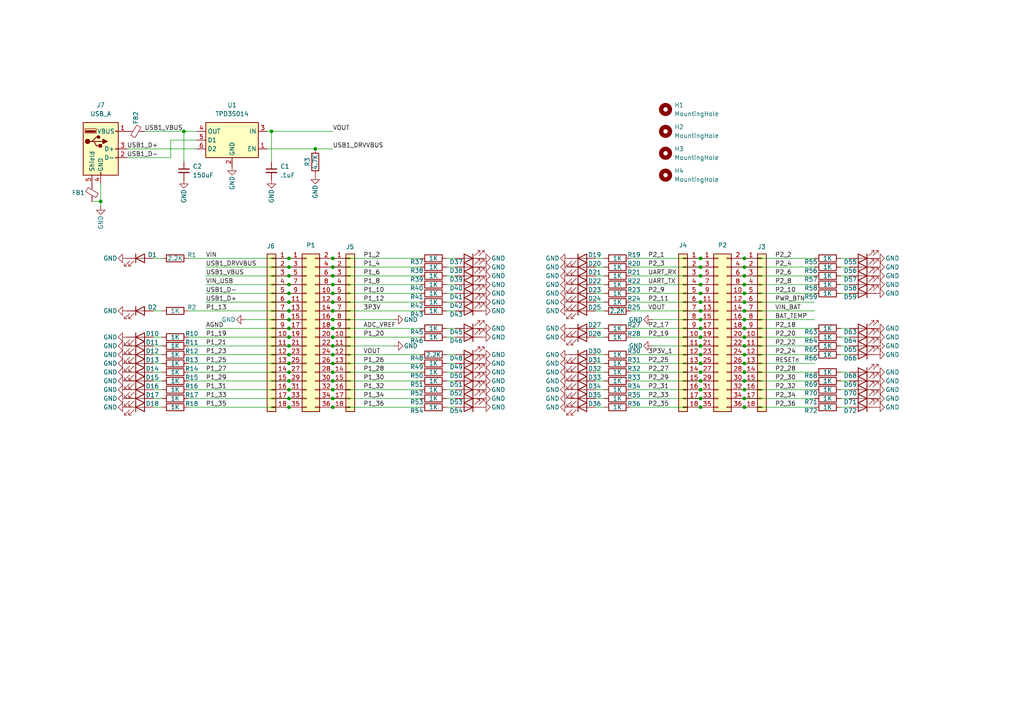
<source format=kicad_sch>
(kicad_sch (version 20250114) (generator "eeschema") (generator_version "9.0")
  (paper "A4")
  (junction (at 215.9 80.01))
  (junction (at 96.52 92.71))
  (junction (at 215.9 113.03))
  (junction (at 203.2 74.93))
  (junction (at 203.2 105.41))
  (junction (at 96.52 105.41))
  (junction (at 83.82 74.93))
  (junction (at 96.52 118.11))
  (junction (at 203.2 95.25))
  (junction (at 83.82 90.17))
  (junction (at 96.52 107.95))
  (junction (at 83.82 105.41))
  (junction (at 215.9 82.55))
  (junction (at 53.34 38.1))
  (junction (at 96.52 77.47))
  (junction (at 215.9 105.41))
  (junction (at 215.9 90.17))
  (junction (at 29.21 58.42))
  (junction (at 96.52 95.25))
  (junction (at 215.9 102.87))
  (junction (at 83.82 118.11))
  (junction (at 215.9 97.79))
  (junction (at 96.52 74.93))
  (junction (at 96.52 102.87))
  (junction (at 203.2 100.33))
  (junction (at 78.74 38.1))
  (junction (at 83.82 87.63))
  (junction (at 96.52 80.01))
  (junction (at 203.2 113.03))
  (junction (at 215.9 92.71))
  (junction (at 203.2 97.79))
  (junction (at 83.82 77.47))
  (junction (at 83.82 113.03))
  (junction (at 215.9 74.93))
  (junction (at 215.9 100.33))
  (junction (at 203.2 107.95))
  (junction (at 83.82 102.87))
  (junction (at 83.82 85.09))
  (junction (at 91.44 43.18))
  (junction (at 203.2 115.57))
  (junction (at 83.82 82.55))
  (junction (at 83.82 100.33))
  (junction (at 96.52 110.49))
  (junction (at 96.52 115.57))
  (junction (at 203.2 80.01))
  (junction (at 203.2 92.71))
  (junction (at 83.82 92.71))
  (junction (at 96.52 85.09))
  (junction (at 96.52 97.79))
  (junction (at 215.9 110.49))
  (junction (at 215.9 95.25))
  (junction (at 83.82 110.49))
  (junction (at 83.82 107.95))
  (junction (at 215.9 118.11))
  (junction (at 83.82 80.01))
  (junction (at 83.82 95.25))
  (junction (at 215.9 87.63))
  (junction (at 96.52 82.55))
  (junction (at 203.2 85.09))
  (junction (at 203.2 102.87))
  (junction (at 203.2 82.55))
  (junction (at 203.2 87.63))
  (junction (at 203.2 77.47))
  (junction (at 83.82 97.79))
  (junction (at 96.52 100.33))
  (junction (at 215.9 77.47))
  (junction (at 96.52 87.63))
  (junction (at 96.52 90.17))
  (junction (at 215.9 107.95))
  (junction (at 96.52 113.03))
  (junction (at 203.2 110.49))
  (junction (at 215.9 115.57))
  (junction (at 215.9 85.09))
  (junction (at 83.82 115.57))
  (junction (at 203.2 118.11))
  (junction (at 203.2 90.17))
  (wire (pts (xy 182.88 113.03) (xy 203.2 113.03)))
  (wire (pts (xy 172.72 80.01) (xy 175.26 80.01)))
  (wire (pts (xy 44.45 97.79) (xy 46.99 97.79)))
  (wire (pts (xy 236.22 85.09) (xy 215.9 85.09)))
  (wire (pts (xy 132.08 118.11) (xy 129.54 118.11)))
  (wire (pts (xy 54.61 118.11) (xy 83.82 118.11)))
  (wire (pts (xy 182.88 90.17) (xy 203.2 90.17)))
  (wire (pts (xy 246.38 95.25) (xy 243.84 95.25)))
  (wire (pts (xy 182.88 77.47) (xy 203.2 77.47)))
  (wire (pts (xy 132.08 97.79) (xy 129.54 97.79)))
  (wire (pts (xy 44.45 90.17) (xy 46.99 90.17)))
  (wire (pts (xy 236.22 110.49) (xy 215.9 110.49)))
  (wire (pts (xy 236.22 113.03) (xy 215.9 113.03)))
  (wire (pts (xy 91.44 43.18) (xy 77.47 43.18)))
  (wire (pts (xy 236.22 97.79) (xy 215.9 97.79)))
  (wire (pts (xy 182.88 74.93) (xy 203.2 74.93)))
  (wire (pts (xy 44.45 118.11) (xy 46.99 118.11)))
  (wire (pts (xy 132.08 80.01) (xy 129.54 80.01)))
  (wire (pts (xy 172.72 107.95) (xy 175.26 107.95)))
  (wire (pts (xy 121.92 113.03) (xy 96.52 113.03)))
  (wire (pts (xy 182.88 97.79) (xy 203.2 97.79)))
  (wire (pts (xy 182.88 118.11) (xy 203.2 118.11)))
  (wire (pts (xy 44.45 115.57) (xy 46.99 115.57)))
  (wire (pts (xy 236.22 77.47) (xy 215.9 77.47)))
  (wire (pts (xy 59.69 80.01) (xy 83.82 80.01)))
  (wire (pts (xy 132.08 87.63) (xy 129.54 87.63)))
  (wire (pts (xy 182.88 110.49) (xy 203.2 110.49)))
  (wire (pts (xy 182.88 102.87) (xy 203.2 102.87)))
  (wire (pts (xy 44.45 105.41) (xy 46.99 105.41)))
  (wire (pts (xy 182.88 87.63) (xy 203.2 87.63)))
  (wire (pts (xy 246.38 100.33) (xy 243.84 100.33)))
  (wire (pts (xy 54.61 102.87) (xy 83.82 102.87)))
  (wire (pts (xy 54.61 110.49) (xy 83.82 110.49)))
  (wire (pts (xy 59.69 82.55) (xy 83.82 82.55)))
  (wire (pts (xy 44.45 100.33) (xy 46.99 100.33)))
  (wire (pts (xy 44.45 74.93) (xy 46.99 74.93)))
  (wire (pts (xy 54.61 113.03) (xy 83.82 113.03)))
  (wire (pts (xy 132.08 110.49) (xy 129.54 110.49)))
  (wire (pts (xy 54.61 115.57) (xy 83.82 115.57)))
  (wire (pts (xy 172.72 97.79) (xy 175.26 97.79)))
  (wire (pts (xy 121.92 107.95) (xy 96.52 107.95)))
  (wire (pts (xy 246.38 97.79) (xy 243.84 97.79)))
  (wire (pts (xy 132.08 102.87) (xy 129.54 102.87)))
  (wire (pts (xy 172.72 113.03) (xy 175.26 113.03)))
  (wire (pts (xy 121.92 90.17) (xy 96.52 90.17)))
  (wire (pts (xy 121.92 85.09) (xy 96.52 85.09)))
  (wire (pts (xy 121.92 118.11) (xy 96.52 118.11)))
  (wire (pts (xy 172.72 110.49) (xy 175.26 110.49)))
  (wire (pts (xy 44.45 107.95) (xy 46.99 107.95)))
  (wire (pts (xy 121.92 80.01) (xy 96.52 80.01)))
  (wire (pts (xy 121.92 87.63) (xy 96.52 87.63)))
  (wire (pts (xy 53.34 38.1) (xy 53.34 46.99)))
  (wire (pts (xy 246.38 118.11) (xy 243.84 118.11)))
  (wire (pts (xy 59.69 87.63) (xy 83.82 87.63)))
  (wire (pts (xy 172.72 102.87) (xy 175.26 102.87)))
  (wire (pts (xy 121.92 82.55) (xy 96.52 82.55)))
  (wire (pts (xy 236.22 87.63) (xy 215.9 87.63)))
  (wire (pts (xy 29.21 59.69) (xy 29.21 58.42)))
  (wire (pts (xy 172.72 87.63) (xy 175.26 87.63)))
  (wire (pts (xy 44.45 102.87) (xy 46.99 102.87)))
  (wire (pts (xy 29.21 58.42) (xy 29.21 53.34)))
  (wire (pts (xy 96.52 43.18) (xy 91.44 43.18)))
  (wire (pts (xy 121.92 105.41) (xy 96.52 105.41)))
  (wire (pts (xy 132.08 107.95) (xy 129.54 107.95)))
  (wire (pts (xy 71.12 92.71) (xy 83.82 92.71)))
  (wire (pts (xy 121.92 77.47) (xy 96.52 77.47)))
  (wire (pts (xy 236.22 90.17) (xy 215.9 90.17)))
  (wire (pts (xy 172.72 115.57) (xy 175.26 115.57)))
  (wire (pts (xy 132.08 85.09) (xy 129.54 85.09)))
  (wire (pts (xy 132.08 95.25) (xy 129.54 95.25)))
  (wire (pts (xy 78.74 38.1) (xy 77.47 38.1)))
  (wire (pts (xy 121.92 110.49) (xy 96.52 110.49)))
  (wire (pts (xy 236.22 118.11) (xy 215.9 118.11)))
  (wire (pts (xy 114.3 100.33) (xy 96.52 100.33)))
  (wire (pts (xy 26.67 58.42) (xy 29.21 58.42)))
  (wire (pts (xy 172.72 95.25) (xy 175.26 95.25)))
  (wire (pts (xy 54.61 105.41) (xy 83.82 105.41)))
  (wire (pts (xy 121.92 115.57) (xy 96.52 115.57)))
  (wire (pts (xy 182.88 80.01) (xy 203.2 80.01)))
  (wire (pts (xy 246.38 74.93) (xy 243.84 74.93)))
  (wire (pts (xy 172.72 74.93) (xy 175.26 74.93)))
  (wire (pts (xy 132.08 82.55) (xy 129.54 82.55)))
  (wire (pts (xy 246.38 80.01) (xy 243.84 80.01)))
  (wire (pts (xy 182.88 95.25) (xy 203.2 95.25)))
  (wire (pts (xy 114.3 92.71) (xy 96.52 92.71)))
  (wire (pts (xy 36.83 45.72) (xy 49.53 45.72)))
  (wire (pts (xy 172.72 105.41) (xy 175.26 105.41)))
  (wire (pts (xy 121.92 74.93) (xy 96.52 74.93)))
  (wire (pts (xy 246.38 102.87) (xy 243.84 102.87)))
  (wire (pts (xy 121.92 97.79) (xy 96.52 97.79)))
  (wire (pts (xy 54.61 90.17) (xy 83.82 90.17)))
  (wire (pts (xy 132.08 105.41) (xy 129.54 105.41)))
  (wire (pts (xy 182.88 82.55) (xy 203.2 82.55)))
  (wire (pts (xy 49.53 40.64) (xy 49.53 45.72)))
  (wire (pts (xy 54.61 100.33) (xy 83.82 100.33)))
  (wire (pts (xy 236.22 80.01) (xy 215.9 80.01)))
  (wire (pts (xy 36.83 43.18) (xy 57.15 43.18)))
  (wire (pts (xy 236.22 107.95) (xy 215.9 107.95)))
  (wire (pts (xy 182.88 115.57) (xy 203.2 115.57)))
  (wire (pts (xy 132.08 113.03) (xy 129.54 113.03)))
  (wire (pts (xy 41.91 38.1) (xy 53.34 38.1)))
  (wire (pts (xy 236.22 105.41) (xy 215.9 105.41)))
  (wire (pts (xy 246.38 110.49) (xy 243.84 110.49)))
  (wire (pts (xy 172.72 82.55) (xy 175.26 82.55)))
  (wire (pts (xy 246.38 85.09) (xy 243.84 85.09)))
  (wire (pts (xy 59.69 85.09) (xy 83.82 85.09)))
  (wire (pts (xy 132.08 115.57) (xy 129.54 115.57)))
  (wire (pts (xy 246.38 82.55) (xy 243.84 82.55)))
  (wire (pts (xy 246.38 115.57) (xy 243.84 115.57)))
  (wire (pts (xy 78.74 38.1) (xy 78.74 46.99)))
  (wire (pts (xy 172.72 90.17) (xy 175.26 90.17)))
  (wire (pts (xy 246.38 113.03) (xy 243.84 113.03)))
  (wire (pts (xy 236.22 102.87) (xy 215.9 102.87)))
  (wire (pts (xy 96.52 38.1) (xy 78.74 38.1)))
  (wire (pts (xy 236.22 82.55) (xy 215.9 82.55)))
  (wire (pts (xy 121.92 102.87) (xy 96.52 102.87)))
  (wire (pts (xy 132.08 90.17) (xy 129.54 90.17)))
  (wire (pts (xy 44.45 113.03) (xy 46.99 113.03)))
  (wire (pts (xy 53.34 38.1) (xy 57.15 38.1)))
  (wire (pts (xy 182.88 85.09) (xy 203.2 85.09)))
  (wire (pts (xy 59.69 77.47) (xy 83.82 77.47)))
  (wire (pts (xy 121.92 95.25) (xy 96.52 95.25)))
  (wire (pts (xy 54.61 107.95) (xy 83.82 107.95)))
  (wire (pts (xy 182.88 105.41) (xy 203.2 105.41)))
  (wire (pts (xy 182.88 107.95) (xy 203.2 107.95)))
  (wire (pts (xy 236.22 100.33) (xy 215.9 100.33)))
  (wire (pts (xy 189.23 92.71) (xy 203.2 92.71)))
  (wire (pts (xy 49.53 40.64) (xy 57.15 40.64)))
  (wire (pts (xy 172.72 118.11) (xy 175.26 118.11)))
  (wire (pts (xy 132.08 74.93) (xy 129.54 74.93)))
  (wire (pts (xy 246.38 107.95) (xy 243.84 107.95)))
  (wire (pts (xy 54.61 97.79) (xy 83.82 97.79)))
  (wire (pts (xy 44.45 110.49) (xy 46.99 110.49)))
  (wire (pts (xy 236.22 115.57) (xy 215.9 115.57)))
  (wire (pts (xy 172.72 85.09) (xy 175.26 85.09)))
  (wire (pts (xy 132.08 77.47) (xy 129.54 77.47)))
  (wire (pts (xy 236.22 74.93) (xy 215.9 74.93)))
  (wire (pts (xy 172.72 77.47) (xy 175.26 77.47)))
  (wire (pts (xy 236.22 92.71) (xy 215.9 92.71)))
  (wire (pts (xy 54.61 74.93) (xy 83.82 74.93)))
  (wire (pts (xy 59.69 95.25) (xy 83.82 95.25)))
  (wire (pts (xy 246.38 77.47) (xy 243.84 77.47)))
  (wire (pts (xy 236.22 95.25) (xy 215.9 95.25)))
  (wire (pts (xy 189.23 100.33) (xy 203.2 100.33)))
  (label "P1_6" (at 105.41 80.01 0))
  (label "P2_32" (at 224.79 113.03 0))
  (label "P2_22" (at 224.79 100.33 0))
  (label "VIN" (at 59.69 74.93 0))
  (label "P2_34" (at 224.79 115.57 0))
  (label "RESETn" (at 224.79 105.41 0))
  (label "P1_13" (at 59.69 90.17 0))
  (label "P2_24" (at 224.79 102.87 0))
  (label "P2_25" (at 187.96 105.41 0))
  (label "P2_1" (at 187.96 74.93 0))
  (label "P1_36" (at 105.41 118.11 0))
  (label "ADC_VREF" (at 105.41 95.25 0))
  (label "VIN_BAT" (at 224.79 90.17 0))
  (label "P1_20" (at 105.41 97.79 0))
  (label "VOUT" (at 105.41 102.87 0))
  (label "P1_21" (at 59.69 100.33 0))
  (label "UART_RX" (at 187.96 80.01 0))
  (label "P1_10" (at 105.41 85.09 0))
  (label "VOUT" (at 96.52 38.1 0))
  (label "P2_17" (at 187.96 95.25 0))
  (label "P1_2" (at 105.41 74.93 0))
  (label "P2_10" (at 224.79 85.09 0))
  (label "P2_36" (at 224.79 118.11 0))
  (label "PWR_BTN" (at 224.79 87.63 0))
  (label "P1_23" (at 59.69 102.87 0))
  (label "P1_4" (at 105.41 77.47 0))
  (label "P2_27" (at 187.96 107.95 0))
  (label "3P3V" (at 105.41 90.17 0))
  (label "P1_12" (at 105.41 87.63 0))
  (label "P2_4" (at 224.79 77.47 0))
  (label "USB1_DRVVBUS" (at 96.52 43.18 0))
  (label "P2_18" (at 224.79 95.25 0))
  (label "P2_2" (at 224.79 74.93 0))
  (label "USB1_D+" (at 36.83 43.18 0))
  (label "P1_8" (at 105.41 82.55 0))
  (label "VIN_USB" (at 59.69 82.55 0))
  (label "P2_8" (at 224.79 82.55 0))
  (label "P2_6" (at 224.79 80.01 0))
  (label "P2_28" (at 224.79 107.95 0))
  (label "P1_30" (at 105.41 110.49 0))
  (label "P2_9" (at 187.96 85.09 0))
  (label "P1_29" (at 59.69 110.49 0))
  (label "P2_35" (at 187.96 118.11 0))
  (label "P1_31" (at 59.69 113.03 0))
  (label "P2_29" (at 187.96 110.49 0))
  (label "P2_11" (at 187.96 87.63 0))
  (label "P2_33" (at 187.96 115.57 0))
  (label "P1_19" (at 59.69 97.79 0))
  (label "P1_33" (at 59.69 115.57 0))
  (label "P1_35" (at 59.69 118.11 0))
  (label "BAT_TEMP" (at 224.79 92.71 0))
  (label "P2_31" (at 187.96 113.03 0))
  (label "USB1_D-" (at 36.83 45.72 0))
  (label "USB1_VBUS" (at 41.91 38.1 0))
  (label "P1_28" (at 105.41 107.95 0))
  (label "P2_20" (at 224.79 97.79 0))
  (label "USB1_VBUS" (at 59.69 80.01 0))
  (label "P1_32" (at 105.41 113.03 0))
  (label "3P3V_1" (at 187.96 102.87 0))
  (label "VOUT" (at 187.96 90.17 0))
  (label "P1_34" (at 105.41 115.57 0))
  (label "P2_30" (at 224.79 110.49 0))
  (label "P2_3" (at 187.96 77.47 0))
  (label "P1_25" (at 59.69 105.41 0))
  (label "P1_27" (at 59.69 107.95 0))
  (label "AGND" (at 59.69 95.25 0))
  (label "USB1_D+" (at 59.69 87.63 0))
  (label "USB1_D-" (at 59.69 85.09 0))
  (label "P1_26" (at 105.41 105.41 0))
  (label "USB1_DRVVBUS" (at 59.69 77.47 0))
  (label "UART_TX" (at 187.96 82.55 0))
  (label "P2_19" (at 187.96 97.79 0))
  (symbol (lib_id "Device:R") (at 50.8 74.93 90) (unit 1)
    (property "Reference" "R1" (at 55.626 73.914 90))
    (property "Value" "2.2K" (at 50.8 74.93 90))
    (property "Footprint" "Resistor_SMD:R_0402_1005Metric" (effects (hide yes)))
    (property "Description" "Resistor" (effects (hide yes)))
    (property "VPN" "P2.20KLCT-ND" (effects (hide yes)))
  )
  (symbol (lib_id "Device:LED") (at 250.19 115.57 180) (unit 1)
    (property "Reference" "D71" (at 246.634 116.586 0))
    (property "Value" "GREEN" (effects (hide yes)))
    (property "Footprint" "LED_SMD:LED_0402_1005Metric" (effects (hide yes)))
    (property "Description" "Light emitting diode" (effects (hide yes)))
    (property "VPN" "1516-1216-1-ND" (effects (hide yes)))
  )
  (symbol (lib_id "Device:LED") (at 135.89 77.47 180) (unit 1)
    (property "Reference" "D38" (at 132.334 78.486 0))
    (property "Value" "GREEN" (effects (hide yes)))
    (property "Footprint" "LED_SMD:LED_0402_1005Metric" (effects (hide yes)))
    (property "Description" "Light emitting diode" (effects (hide yes)))
    (property "VPN" "1516-1216-1-ND" (effects (hide yes)))
  )
  (symbol (lib_id "Device:LED") (at 168.91 105.41 0) (unit 1)
    (property "Reference" "D31" (at 172.466 104.394 0))
    (property "Value" "GREEN" (effects (hide yes)))
    (property "Footprint" "LED_SMD:LED_0402_1005Metric" (effects (hide yes)))
    (property "Description" "Light emitting diode" (effects (hide yes)))
    (property "VPN" "1516-1216-1-ND" (effects (hide yes)))
  )
  (symbol (lib_id "Device:R") (at 125.73 105.41 270) (unit 1)
    (property "Reference" "R49" (at 120.904 106.426 90))
    (property "Value" "1K" (at 125.73 105.41 90))
    (property "Footprint" "Resistor_SMD:R_0402_1005Metric" (effects (hide yes)))
    (property "Description" "Resistor" (effects (hide yes)))
    (property "VPN" "P1.00KLCT-ND" (effects (hide yes)))
  )
  (symbol (lib_id "Device:R") (at 50.8 110.49 90) (unit 1)
    (property "Reference" "R15" (at 55.626 109.474 90))
    (property "Value" "1K" (at 50.8 110.49 90))
    (property "Footprint" "Resistor_SMD:R_0402_1005Metric" (effects (hide yes)))
    (property "Description" "Resistor" (effects (hide yes)))
    (property "VPN" "P1.00KLCT-ND" (effects (hide yes)))
  )
  (symbol (lib_id "Device:LED") (at 250.19 102.87 180) (unit 1)
    (property "Reference" "D66" (at 246.634 103.886 0))
    (property "Value" "GREEN" (effects (hide yes)))
    (property "Footprint" "LED_SMD:LED_0402_1005Metric" (effects (hide yes)))
    (property "Description" "Light emitting diode" (effects (hide yes)))
    (property "VPN" "1516-1216-1-ND" (effects (hide yes)))
  )
  (symbol (lib_id "Device:R") (at 179.07 102.87 90) (unit 1)
    (property "Reference" "R30" (at 183.896 101.854 90))
    (property "Value" "1K" (at 179.07 102.87 90))
    (property "Footprint" "Resistor_SMD:R_0402_1005Metric" (effects (hide yes)))
    (property "Description" "Resistor" (effects (hide yes)))
    (property "VPN" "P1.00KLCT-ND" (effects (hide yes)))
  )
  (symbol (lib_id "power:GND") (at 36.83 102.87 270) (unit 1)
    (property "Reference" "#PWR012" (effects (hide yes)))
    (property "Value" "GND" (at 34.036 102.87 90) (effects (justify right)))
    (property "Description" "Power symbol creates a global label with name \"GND\" , ground" (effects (hide yes)))
  )
  (symbol (lib_id "Device:R") (at 240.03 95.25 270) (unit 1)
    (property "Reference" "R63" (at 235.204 96.266 90))
    (property "Value" "1K" (at 240.03 95.25 90))
    (property "Footprint" "Resistor_SMD:R_0402_1005Metric" (effects (hide yes)))
    (property "Description" "Resistor" (effects (hide yes)))
    (property "VPN" "P1.00KLCT-ND" (effects (hide yes)))
  )
  (symbol (lib_id "Device:R") (at 125.73 118.11 270) (unit 1)
    (property "Reference" "R54" (at 120.904 119.126 90))
    (property "Value" "1K" (at 125.73 118.11 90))
    (property "Footprint" "Resistor_SMD:R_0402_1005Metric" (effects (hide yes)))
    (property "Description" "Resistor" (effects (hide yes)))
    (property "VPN" "P1.00KLCT-ND" (effects (hide yes)))
  )
  (symbol (lib_id "power:GND") (at 165.1 115.57 270) (unit 1)
    (property "Reference" "#PWR035" (effects (hide yes)))
    (property "Value" "GND" (at 162.306 115.57 90) (effects (justify right)))
    (property "Description" "Power symbol creates a global label with name \"GND\" , ground" (effects (hide yes)))
  )
  (symbol (lib_id "power:GND") (at 254 118.11 90) (unit 1)
    (property "Reference" "#PWR072" (effects (hide yes)))
    (property "Value" "GND" (at 256.794 118.11 90) (effects (justify right)))
    (property "Description" "Power symbol creates a global label with name \"GND\" , ground" (effects (hide yes)))
  )
  (symbol (lib_id "Device:LED") (at 135.89 105.41 180) (unit 1)
    (property "Reference" "D49" (at 132.334 106.426 0))
    (property "Value" "GREEN" (effects (hide yes)))
    (property "Footprint" "LED_SMD:LED_0402_1005Metric" (effects (hide yes)))
    (property "Description" "Light emitting diode" (effects (hide yes)))
    (property "VPN" "1516-1216-1-ND" (effects (hide yes)))
  )
  (symbol (lib_id "power:GND") (at 165.1 105.41 270) (unit 1)
    (property "Reference" "#PWR031" (effects (hide yes)))
    (property "Value" "GND" (at 162.306 105.41 90) (effects (justify right)))
    (property "Description" "Power symbol creates a global label with name \"GND\" , ground" (effects (hide yes)))
  )
  (symbol (lib_id "power:GND") (at 254 97.79 90) (unit 1)
    (property "Reference" "#PWR064" (effects (hide yes)))
    (property "Value" "GND" (at 256.794 97.79 90) (effects (justify right)))
    (property "Description" "Power symbol creates a global label with name \"GND\" , ground" (effects (hide yes)))
  )
  (symbol (lib_id "Device:LED") (at 135.89 102.87 180) (unit 1)
    (property "Reference" "D48" (at 132.334 103.886 0))
    (property "Value" "RED" (effects (hide yes)))
    (property "Footprint" "LED_SMD:LED_0402_1005Metric" (effects (hide yes)))
    (property "Description" "Light emitting diode" (effects (hide yes)))
    (property "VPN" "1516-1217-1-ND" (effects (hide yes)))
  )
  (symbol (lib_id "Device:LED") (at 168.91 85.09 0) (unit 1)
    (property "Reference" "D23" (at 172.466 84.074 0))
    (property "Value" "GREEN" (effects (hide yes)))
    (property "Footprint" "LED_SMD:LED_0402_1005Metric" (effects (hide yes)))
    (property "Description" "Light emitting diode" (effects (hide yes)))
    (property "VPN" "1516-1216-1-ND" (effects (hide yes)))
  )
  (symbol (lib_id "Device:R") (at 50.8 97.79 90) (unit 1)
    (property "Reference" "R10" (at 55.626 96.774 90))
    (property "Value" "1K" (at 50.8 97.79 90))
    (property "Footprint" "Resistor_SMD:R_0402_1005Metric" (effects (hide yes)))
    (property "Description" "Resistor" (effects (hide yes)))
    (property "VPN" "P1.00KLCT-ND" (effects (hide yes)))
  )
  (symbol (lib_id "power:GND") (at 254 110.49 90) (unit 1)
    (property "Reference" "#PWR069" (effects (hide yes)))
    (property "Value" "GND" (at 256.794 110.49 90) (effects (justify right)))
    (property "Description" "Power symbol creates a global label with name \"GND\" , ground" (effects (hide yes)))
  )
  (symbol (lib_id "power:GND") (at 254 102.87 90) (unit 1)
    (property "Reference" "#PWR066" (effects (hide yes)))
    (property "Value" "GND" (at 256.794 102.87 90) (effects (justify right)))
    (property "Description" "Power symbol creates a global label with name \"GND\" , ground" (effects (hide yes)))
  )
  (symbol (lib_id "Device:R") (at 240.03 102.87 270) (unit 1)
    (property "Reference" "R66" (at 235.204 103.886 90))
    (property "Value" "1K" (at 240.03 102.87 90))
    (property "Footprint" "Resistor_SMD:R_0402_1005Metric" (effects (hide yes)))
    (property "Description" "Resistor" (effects (hide yes)))
    (property "VPN" "P1.00KLCT-ND" (effects (hide yes)))
  )
  (symbol (lib_id "Device:R") (at 240.03 85.09 270) (unit 1)
    (property "Reference" "R59" (at 235.204 86.106 90))
    (property "Value" "1K" (at 240.03 85.09 90))
    (property "Footprint" "Resistor_SMD:R_0402_1005Metric" (effects (hide yes)))
    (property "Description" "Resistor" (effects (hide yes)))
    (property "VPN" "P1.00KLCT-ND" (effects (hide yes)))
  )
  (symbol (lib_id "Device:R") (at 125.73 74.93 270) (unit 1)
    (property "Reference" "R37" (at 120.904 75.946 90))
    (property "Value" "1K" (at 125.73 74.93 90))
    (property "Footprint" "Resistor_SMD:R_0402_1005Metric" (effects (hide yes)))
    (property "Description" "Resistor" (effects (hide yes)))
    (property "VPN" "P1.00KLCT-ND" (effects (hide yes)))
  )
  (symbol (lib_id "Device:LED") (at 168.91 113.03 0) (unit 1)
    (property "Reference" "D34" (at 172.466 112.014 0))
    (property "Value" "GREEN" (effects (hide yes)))
    (property "Footprint" "LED_SMD:LED_0402_1005Metric" (effects (hide yes)))
    (property "Description" "Light emitting diode" (effects (hide yes)))
    (property "VPN" "1516-1216-1-ND" (effects (hide yes)))
  )
  (symbol (lib_id "Device:LED") (at 168.91 87.63 0) (unit 1)
    (property "Reference" "D24" (at 172.466 86.614 0))
    (property "Value" "GREEN" (effects (hide yes)))
    (property "Footprint" "LED_SMD:LED_0402_1005Metric" (effects (hide yes)))
    (property "Description" "Light emitting diode" (effects (hide yes)))
    (property "VPN" "1516-1216-1-ND" (effects (hide yes)))
  )
  (symbol (lib_id "Mechanical:MountingHole") (at 193.04 31.75 0) (unit 1) (exclude_from_sim yes) (in_bom no)
    (property "Reference" "H1" (at 195.58 30.4799 0) (effects (justify left)))
    (property "Value" "MountingHole" (at 195.58 33.0199 0) (effects (justify left)))
    (property "Footprint" "MountingHole:MountingHole_2.7mm_M2.5" (effects (hide yes)))
    (property "Description" "Mounting Hole without connection" (effects (hide yes)))
  )
  (symbol (lib_id "power:GND") (at 67.31 48.26 0) (unit 1)
    (property "Reference" "#PWR03" (effects (hide yes)))
    (property "Value" "GND" (at 67.31 51.054 90) (effects (justify right)))
    (property "Description" "Power symbol creates a global label with name \"GND\" , ground" (effects (hide yes)))
  )
  (symbol (lib_id "power:GND") (at 254 82.55 90) (unit 1)
    (property "Reference" "#PWR058" (effects (hide yes)))
    (property "Value" "GND" (at 256.794 82.55 90) (effects (justify right)))
    (property "Description" "Power symbol creates a global label with name \"GND\" , ground" (effects (hide yes)))
  )
  (symbol (lib_id "power:GND") (at 165.1 107.95 270) (unit 1)
    (property "Reference" "#PWR032" (effects (hide yes)))
    (property "Value" "GND" (at 162.306 107.95 90) (effects (justify right)))
    (property "Description" "Power symbol creates a global label with name \"GND\" , ground" (effects (hide yes)))
  )
  (symbol (lib_id "Device:R") (at 179.07 80.01 90) (unit 1)
    (property "Reference" "R21" (at 183.896 78.994 90))
    (property "Value" "1K" (at 179.07 80.01 90))
    (property "Footprint" "Resistor_SMD:R_0402_1005Metric" (effects (hide yes)))
    (property "Description" "Resistor" (effects (hide yes)))
    (property "VPN" "P1.00KLCT-ND" (effects (hide yes)))
  )
  (symbol (lib_id "power:GND") (at 165.1 110.49 270) (unit 1)
    (property "Reference" "#PWR033" (effects (hide yes)))
    (property "Value" "GND" (at 162.306 110.49 90) (effects (justify right)))
    (property "Description" "Power symbol creates a global label with name \"GND\" , ground" (effects (hide yes)))
  )
  (symbol (lib_id "power:GND") (at 189.23 100.33 270) (mirror x) (unit 1)
    (property "Reference" "#PWR029" (effects (hide yes)))
    (property "Value" "GND" (at 186.436 100.33 90) (effects (justify right)))
    (property "Description" "Power symbol creates a global label with name \"GND\" , ground" (effects (hide yes)))
  )
  (symbol (lib_id "Device:LED") (at 250.19 118.11 180) (unit 1)
    (property "Reference" "D72" (at 246.634 119.126 0))
    (property "Value" "GREEN" (effects (hide yes)))
    (property "Footprint" "LED_SMD:LED_0402_1005Metric" (effects (hide yes)))
    (property "Description" "Light emitting diode" (effects (hide yes)))
    (property "VPN" "1516-1216-1-ND" (effects (hide yes)))
  )
  (symbol (lib_id "Mechanical:MountingHole") (at 193.04 38.1 0) (unit 1) (exclude_from_sim yes) (in_bom no)
    (property "Reference" "H2" (at 195.58 36.8299 0) (effects (justify left)))
    (property "Value" "MountingHole" (at 195.58 39.3699 0) (effects (justify left)))
    (property "Footprint" "MountingHole:MountingHole_2.7mm_M2.5" (effects (hide yes)))
    (property "Description" "Mounting Hole without connection" (effects (hide yes)))
  )
  (symbol (lib_id "Device:C_Small") (at 78.74 49.53 0) (unit 1)
    (property "Reference" "C1" (at 81.28 48.2662 0) (effects (justify left)))
    (property "Value" ".1uF" (at 81.28 50.8062 0) (effects (justify left)))
    (property "Footprint" "Capacitor_SMD:C_0603_1608Metric" (effects (hide yes)))
    (property "Description" "Unpolarized capacitor, small symbol" (effects (hide yes)))
    (property "VPN" "311-1088-1-ND" (effects (hide yes)))
  )
  (symbol (lib_id "power:GND") (at 165.1 85.09 270) (unit 1)
    (property "Reference" "#PWR023" (effects (hide yes)))
    (property "Value" "GND" (at 162.306 85.09 90) (effects (justify right)))
    (property "Description" "Power symbol creates a global label with name \"GND\" , ground" (effects (hide yes)))
  )
  (symbol (lib_id "Device:R") (at 240.03 115.57 270) (unit 1)
    (property "Reference" "R71" (at 235.204 116.586 90))
    (property "Value" "1K" (at 240.03 115.57 90))
    (property "Footprint" "Resistor_SMD:R_0402_1005Metric" (effects (hide yes)))
    (property "Description" "Resistor" (effects (hide yes)))
    (property "VPN" "P1.00KLCT-ND" (effects (hide yes)))
  )
  (symbol (lib_id "Connector_Generic:Conn_01x18") (at 101.6 95.25 0) (unit 1)
    (property "Reference" "J5" (at 100.33 71.628 0) (effects (justify left)))
    (property "Value" "Conn_01x18" (effects (hide yes)))
    (property "Footprint" "Connector_PinHeader_2.54mm:PinHeader_1x18_P2.54mm_Vertical" (effects (hide yes)))
    (property "Description" "Generic connector, single row, 01x18, script generated (kicad-library-utils/schlib/autogen/connector/)" (effects (hide yes)))
    (property "VPN" "WM50012-36-ND" (effects (hide yes)))
  )
  (symbol (lib_id "Device:R") (at 125.73 85.09 270) (unit 1)
    (property "Reference" "R41" (at 120.904 86.106 90))
    (property "Value" "1K" (at 125.73 85.09 90))
    (property "Footprint" "Resistor_SMD:R_0402_1005Metric" (effects (hide yes)))
    (property "Description" "Resistor" (effects (hide yes)))
    (property "VPN" "P1.00KLCT-ND" (effects (hide yes)))
  )
  (symbol (lib_id "Device:R") (at 179.07 97.79 90) (unit 1)
    (property "Reference" "R28" (at 183.896 96.774 90))
    (property "Value" "1K" (at 179.07 97.79 90))
    (property "Footprint" "Resistor_SMD:R_0402_1005Metric" (effects (hide yes)))
    (property "Description" "Resistor" (effects (hide yes)))
    (property "VPN" "P1.00KLCT-ND" (effects (hide yes)))
  )
  (symbol (lib_id "Device:R") (at 125.73 97.79 270) (unit 1)
    (property "Reference" "R46" (at 120.904 98.806 90))
    (property "Value" "1K" (at 125.73 97.79 90))
    (property "Footprint" "Resistor_SMD:R_0402_1005Metric" (effects (hide yes)))
    (property "Description" "Resistor" (effects (hide yes)))
    (property "VPN" "P1.00KLCT-ND" (effects (hide yes)))
  )
  (symbol (lib_id "Device:LED") (at 168.91 80.01 0) (unit 1)
    (property "Reference" "D21" (at 172.466 78.994 0))
    (property "Value" "GREEN" (effects (hide yes)))
    (property "Footprint" "LED_SMD:LED_0402_1005Metric" (effects (hide yes)))
    (property "Description" "Light emitting diode" (effects (hide yes)))
    (property "VPN" "1516-1216-1-ND" (effects (hide yes)))
  )
  (symbol (lib_id "Device:R") (at 179.07 90.17 90) (unit 1)
    (property "Reference" "R25" (at 183.896 89.154 90))
    (property "Value" "2.2K" (at 179.07 90.17 90))
    (property "Footprint" "Resistor_SMD:R_0402_1005Metric" (effects (hide yes)))
    (property "Description" "Resistor" (effects (hide yes)))
    (property "VPN" "P2.20KLCT-ND" (effects (hide yes)))
  )
  (symbol (lib_id "power:GND") (at 139.7 118.11 90) (unit 1)
    (property "Reference" "#PWR054" (effects (hide yes)))
    (property "Value" "GND" (at 142.494 118.11 90) (effects (justify right)))
    (property "Description" "Power symbol creates a global label with name \"GND\" , ground" (effects (hide yes)))
  )
  (symbol (lib_id "power:GND") (at 165.1 87.63 270) (unit 1)
    (property "Reference" "#PWR024" (effects (hide yes)))
    (property "Value" "GND" (at 162.306 87.63 90) (effects (justify right)))
    (property "Description" "Power symbol creates a global label with name \"GND\" , ground" (effects (hide yes)))
  )
  (symbol (lib_id "Device:LED") (at 250.19 95.25 180) (unit 1)
    (property "Reference" "D63" (at 246.634 96.266 0))
    (property "Value" "GREEN" (effects (hide yes)))
    (property "Footprint" "LED_SMD:LED_0402_1005Metric" (effects (hide yes)))
    (property "Description" "Light emitting diode" (effects (hide yes)))
    (property "VPN" "1516-1216-1-ND" (effects (hide yes)))
  )
  (symbol (lib_id "Device:LED") (at 135.89 110.49 180) (unit 1)
    (property "Reference" "D51" (at 132.334 111.506 0))
    (property "Value" "GREEN" (effects (hide yes)))
    (property "Footprint" "LED_SMD:LED_0402_1005Metric" (effects (hide yes)))
    (property "Description" "Light emitting diode" (effects (hide yes)))
    (property "VPN" "1516-1216-1-ND" (effects (hide yes)))
  )
  (symbol (lib_id "Device:R") (at 179.07 95.25 90) (unit 1)
    (property "Reference" "R27" (at 183.896 94.234 90))
    (property "Value" "1K" (at 179.07 95.25 90))
    (property "Footprint" "Resistor_SMD:R_0402_1005Metric" (effects (hide yes)))
    (property "Description" "Resistor" (effects (hide yes)))
    (property "VPN" "P1.00KLCT-ND" (effects (hide yes)))
  )
  (symbol (lib_id "Device:LED") (at 135.89 97.79 180) (unit 1)
    (property "Reference" "D46" (at 132.334 98.806 0))
    (property "Value" "GREEN" (effects (hide yes)))
    (property "Footprint" "LED_SMD:LED_0402_1005Metric" (effects (hide yes)))
    (property "Description" "Light emitting diode" (effects (hide yes)))
    (property "VPN" "1516-1216-1-ND" (effects (hide yes)))
  )
  (symbol (lib_id "Device:R") (at 50.8 107.95 90) (unit 1)
    (property "Reference" "R14" (at 55.626 106.934 90))
    (property "Value" "1K" (at 50.8 107.95 90))
    (property "Footprint" "Resistor_SMD:R_0402_1005Metric" (effects (hide yes)))
    (property "Description" "Resistor" (effects (hide yes)))
    (property "VPN" "P1.00KLCT-ND" (effects (hide yes)))
  )
  (symbol (lib_id "Device:LED") (at 250.19 82.55 180) (unit 1)
    (property "Reference" "D58" (at 246.634 83.566 0))
    (property "Value" "GREEN" (effects (hide yes)))
    (property "Footprint" "LED_SMD:LED_0402_1005Metric" (effects (hide yes)))
    (property "Description" "Light emitting diode" (effects (hide yes)))
    (property "VPN" "1516-1216-1-ND" (effects (hide yes)))
  )
  (symbol (lib_id "Device:R") (at 240.03 118.11 270) (unit 1)
    (property "Reference" "R72" (at 235.204 119.126 90))
    (property "Value" "1K" (at 240.03 118.11 90))
    (property "Footprint" "Resistor_SMD:R_0402_1005Metric" (effects (hide yes)))
    (property "Description" "Resistor" (effects (hide yes)))
    (property "VPN" "P1.00KLCT-ND" (effects (hide yes)))
  )
  (symbol (lib_id "Connector_Generic:Conn_01x18") (at 78.74 95.25 0) (mirror y) (unit 1)
    (property "Reference" "J6" (at 79.756 71.374 0) (effects (justify left)))
    (property "Value" "Conn_01x18" (effects (hide yes)))
    (property "Footprint" "Connector_PinHeader_2.54mm:PinHeader_1x18_P2.54mm_Vertical" (effects (hide yes)))
    (property "Description" "Generic connector, single row, 01x18, script generated (kicad-library-utils/schlib/autogen/connector/)" (effects (hide yes)))
    (property "VPN" "WM50012-36-ND" (effects (hide yes)))
  )
  (symbol (lib_id "Device:LED") (at 40.64 118.11 0) (unit 1)
    (property "Reference" "D18" (at 44.196 117.094 0))
    (property "Value" "GREEN" (effects (hide yes)))
    (property "Footprint" "LED_SMD:LED_0402_1005Metric" (effects (hide yes)))
    (property "Description" "Light emitting diode" (effects (hide yes)))
    (property "VPN" "1516-1216-1-ND" (effects (hide yes)))
  )
  (symbol (lib_id "Device:R") (at 125.73 82.55 270) (unit 1)
    (property "Reference" "R40" (at 120.904 83.566 90))
    (property "Value" "1K" (at 125.73 82.55 90))
    (property "Footprint" "Resistor_SMD:R_0402_1005Metric" (effects (hide yes)))
    (property "Description" "Resistor" (effects (hide yes)))
    (property "VPN" "P1.00KLCT-ND" (effects (hide yes)))
  )
  (symbol (lib_id "Connector_Generic:Conn_01x18") (at 220.98 95.25 0) (unit 1)
    (property "Reference" "J3" (at 219.71 71.628 0) (effects (justify left)))
    (property "Value" "Conn_01x18" (effects (hide yes)))
    (property "Footprint" "Connector_PinHeader_2.54mm:PinHeader_1x18_P2.54mm_Vertical" (effects (hide yes)))
    (property "Description" "Generic connector, single row, 01x18, script generated (kicad-library-utils/schlib/autogen/connector/)" (effects (hide yes)))
    (property "VPN" "WM50012-36-ND" (effects (hide yes)))
  )
  (symbol (lib_id "Device:LED") (at 168.91 118.11 0) (unit 1)
    (property "Reference" "D36" (at 172.466 117.094 0))
    (property "Value" "GREEN" (effects (hide yes)))
    (property "Footprint" "LED_SMD:LED_0402_1005Metric" (effects (hide yes)))
    (property "Description" "Light emitting diode" (effects (hide yes)))
    (property "VPN" "1516-1216-1-ND" (effects (hide yes)))
  )
  (symbol (lib_id "Device:R") (at 240.03 107.95 270) (unit 1)
    (property "Reference" "R68" (at 235.204 108.966 90))
    (property "Value" "1K" (at 240.03 107.95 90))
    (property "Footprint" "Resistor_SMD:R_0402_1005Metric" (effects (hide yes)))
    (property "Description" "Resistor" (effects (hide yes)))
    (property "VPN" "P1.00KLCT-ND" (effects (hide yes)))
  )
  (symbol (lib_id "power:GND") (at 165.1 80.01 270) (unit 1)
    (property "Reference" "#PWR021" (effects (hide yes)))
    (property "Value" "GND" (at 162.306 80.01 90) (effects (justify right)))
    (property "Description" "Power symbol creates a global label with name \"GND\" , ground" (effects (hide yes)))
  )
  (symbol (lib_id "power:GND") (at 165.1 95.25 270) (unit 1)
    (property "Reference" "#PWR027" (effects (hide yes)))
    (property "Value" "GND" (at 162.306 95.25 90) (effects (justify right)))
    (property "Description" "Power symbol creates a global label with name \"GND\" , ground" (effects (hide yes)))
  )
  (symbol (lib_id "power:GND") (at 36.83 105.41 270) (unit 1)
    (property "Reference" "#PWR013" (effects (hide yes)))
    (property "Value" "GND" (at 34.036 105.41 90) (effects (justify right)))
    (property "Description" "Power symbol creates a global label with name \"GND\" , ground" (effects (hide yes)))
  )
  (symbol (lib_id "power:GND") (at 139.7 77.47 90) (unit 1)
    (property "Reference" "#PWR038" (effects (hide yes)))
    (property "Value" "GND" (at 142.494 77.47 90) (effects (justify right)))
    (property "Description" "Power symbol creates a global label with name \"GND\" , ground" (effects (hide yes)))
  )
  (symbol (lib_id "power:GND") (at 254 113.03 90) (unit 1)
    (property "Reference" "#PWR070" (effects (hide yes)))
    (property "Value" "GND" (at 256.794 113.03 90) (effects (justify right)))
    (property "Description" "Power symbol creates a global label with name \"GND\" , ground" (effects (hide yes)))
  )
  (symbol (lib_id "power:GND") (at 165.1 102.87 270) (unit 1)
    (property "Reference" "#PWR030" (effects (hide yes)))
    (property "Value" "GND" (at 162.306 102.87 90) (effects (justify right)))
    (property "Description" "Power symbol creates a global label with name \"GND\" , ground" (effects (hide yes)))
  )
  (symbol (lib_id "Device:LED") (at 250.19 100.33 180) (unit 1)
    (property "Reference" "D65" (at 246.634 101.346 0))
    (property "Value" "GREEN" (effects (hide yes)))
    (property "Footprint" "LED_SMD:LED_0402_1005Metric" (effects (hide yes)))
    (property "Description" "Light emitting diode" (effects (hide yes)))
    (property "VPN" "1516-1216-1-ND" (effects (hide yes)))
  )
  (symbol (lib_id "power:GND") (at 139.7 113.03 90) (unit 1)
    (property "Reference" "#PWR052" (effects (hide yes)))
    (property "Value" "GND" (at 142.494 113.03 90) (effects (justify right)))
    (property "Description" "Power symbol creates a global label with name \"GND\" , ground" (effects (hide yes)))
  )
  (symbol (lib_id "power:GND") (at 29.21 59.69 0) (unit 1)
    (property "Reference" "#PWR05" (effects (hide yes)))
    (property "Value" "GND" (at 29.21 62.484 90) (effects (justify right)))
    (property "Description" "Power symbol creates a global label with name \"GND\" , ground" (effects (hide yes)))
  )
  (symbol (lib_id "Device:FerriteBead_Small") (at 39.37 38.1 270) (unit 1)
    (property "Reference" "FB2" (at 39.37 32.258 0) (effects (justify left)))
    (property "Value" "FerriteBead_Small" (effects (hide yes)))
    (property "Footprint" "Inductor_SMD:L_0603_1608Metric" (effects (hide yes)))
    (property "Description" "Ferrite bead, small symbol" (effects (hide yes)))
    (property "VPN" "240-2367-1-ND" (effects (hide yes)))
  )
  (symbol (lib_id "power:GND") (at 254 95.25 90) (unit 1)
    (property "Reference" "#PWR063" (effects (hide yes)))
    (property "Value" "GND" (at 256.794 95.25 90) (effects (justify right)))
    (property "Description" "Power symbol creates a global label with name \"GND\" , ground" (effects (hide yes)))
  )
  (symbol (lib_id "Device:R") (at 125.73 102.87 270) (unit 1)
    (property "Reference" "R48" (at 120.904 103.886 90))
    (property "Value" "2.2K" (at 125.73 102.87 90))
    (property "Footprint" "Resistor_SMD:R_0402_1005Metric" (effects (hide yes)))
    (property "Description" "Resistor" (effects (hide yes)))
    (property "VPN" "P2.20KLCT-ND" (effects (hide yes)))
  )
  (symbol (lib_id "Device:LED") (at 168.91 97.79 0) (unit 1)
    (property "Reference" "D28" (at 172.466 96.774 0))
    (property "Value" "GREEN" (effects (hide yes)))
    (property "Footprint" "LED_SMD:LED_0402_1005Metric" (effects (hide yes)))
    (property "Description" "Light emitting diode" (effects (hide yes)))
    (property "VPN" "1516-1216-1-ND" (effects (hide yes)))
  )
  (symbol (lib_id "Device:LED") (at 135.89 87.63 180) (unit 1)
    (property "Reference" "D42" (at 132.334 88.646 0))
    (property "Value" "GREEN" (effects (hide yes)))
    (property "Footprint" "LED_SMD:LED_0402_1005Metric" (effects (hide yes)))
    (property "Description" "Light emitting diode" (effects (hide yes)))
    (property "VPN" "1516-1216-1-ND" (effects (hide yes)))
  )
  (symbol (lib_id "Device:LED") (at 40.64 74.93 0) (unit 1)
    (property "Reference" "D1" (at 44.196 73.914 0))
    (property "Value" "RED" (effects (hide yes)))
    (property "Footprint" "LED_SMD:LED_0402_1005Metric" (effects (hide yes)))
    (property "Description" "Light emitting diode" (effects (hide yes)))
    (property "VPN" "1516-1217-1-ND" (effects (hide yes)))
  )
  (symbol (lib_id "Device:R") (at 179.07 74.93 90) (unit 1)
    (property "Reference" "R19" (at 183.896 73.914 90))
    (property "Value" "1K" (at 179.07 74.93 90))
    (property "Footprint" "Resistor_SMD:R_0402_1005Metric" (effects (hide yes)))
    (property "Description" "Resistor" (effects (hide yes)))
    (property "VPN" "P1.00KLCT-ND" (effects (hide yes)))
  )
  (symbol (lib_id "Device:LED") (at 40.64 115.57 0) (unit 1)
    (property "Reference" "D17" (at 44.196 114.554 0))
    (property "Value" "GREEN" (effects (hide yes)))
    (property "Footprint" "LED_SMD:LED_0402_1005Metric" (effects (hide yes)))
    (property "Description" "Light emitting diode" (effects (hide yes)))
    (property "VPN" "1516-1216-1-ND" (effects (hide yes)))
  )
  (symbol (lib_id "Device:LED") (at 250.19 97.79 180) (unit 1)
    (property "Reference" "D64" (at 246.634 98.806 0))
    (property "Value" "GREEN" (effects (hide yes)))
    (property "Footprint" "LED_SMD:LED_0402_1005Metric" (effects (hide yes)))
    (property "Description" "Light emitting diode" (effects (hide yes)))
    (property "VPN" "1516-1216-1-ND" (effects (hide yes)))
  )
  (symbol (lib_id "Device:R") (at 125.73 115.57 270) (unit 1)
    (property "Reference" "R53" (at 120.904 116.586 90))
    (property "Value" "1K" (at 125.73 115.57 90))
    (property "Footprint" "Resistor_SMD:R_0402_1005Metric" (effects (hide yes)))
    (property "Description" "Resistor" (effects (hide yes)))
    (property "VPN" "P1.00KLCT-ND" (effects (hide yes)))
  )
  (symbol (lib_id "Power_Protection:TPD3S014") (at 67.31 40.64 0) (mirror y) (unit 1)
    (property "Reference" "U1" (at 67.31 30.48 0))
    (property "Value" "TPD3S014" (at 67.31 33.02 0))
    (property "Footprint" "Package_TO_SOT_SMD:SOT-23-6" (effects (hide yes)))
    (property "Datasheet" "http://www.ti.com/lit/ds/symlink/tpd3s014.pdf" (effects (hide yes)))
    (property "Description" "Current Limit Switch and D+/D– ESD Protection for USB Host Port, 0.5A, SOT-23-6" (effects (hide yes)))
    (property "VPN" "296-38835-1-ND" (effects (hide yes)))
  )
  (symbol (lib_id "power:GND") (at 139.7 105.41 90) (unit 1)
    (property "Reference" "#PWR049" (effects (hide yes)))
    (property "Value" "GND" (at 142.494 105.41 90) (effects (justify right)))
    (property "Description" "Power symbol creates a global label with name \"GND\" , ground" (effects (hide yes)))
  )
  (symbol (lib_id "Device:LED") (at 40.64 90.17 0) (unit 1)
    (property "Reference" "D2" (at 44.196 89.154 0))
    (property "Value" "GREEN" (effects (hide yes)))
    (property "Footprint" "LED_SMD:LED_0402_1005Metric" (effects (hide yes)))
    (property "Description" "Light emitting diode" (effects (hide yes)))
    (property "VPN" "1516-1216-1-ND" (effects (hide yes)))
  )
  (symbol (lib_id "power:GND") (at 254 74.93 90) (unit 1)
    (property "Reference" "#PWR055" (effects (hide yes)))
    (property "Value" "GND" (at 256.794 74.93 90) (effects (justify right)))
    (property "Description" "Power symbol creates a global label with name \"GND\" , ground" (effects (hide yes)))
  )
  (symbol (lib_id "power:GND") (at 71.12 92.71 270) (unit 1)
    (property "Reference" "#PWR08" (effects (hide yes)))
    (property "Value" "GND" (at 68.326 92.71 90) (effects (justify right)))
    (property "Description" "Power symbol creates a global label with name \"GND\" , ground" (effects (hide yes)))
  )
  (symbol (lib_id "power:GND") (at 165.1 90.17 270) (unit 1)
    (property "Reference" "#PWR025" (effects (hide yes)))
    (property "Value" "GND" (at 162.306 90.17 90) (effects (justify right)))
    (property "Description" "Power symbol creates a global label with name \"GND\" , ground" (effects (hide yes)))
  )
  (symbol (lib_id "power:GND") (at 165.1 74.93 270) (unit 1)
    (property "Reference" "#PWR019" (effects (hide yes)))
    (property "Value" "GND" (at 162.306 74.93 90) (effects (justify right)))
    (property "Description" "Power symbol creates a global label with name \"GND\" , ground" (effects (hide yes)))
  )
  (symbol (lib_id "power:GND") (at 139.7 95.25 90) (unit 1)
    (property "Reference" "#PWR045" (effects (hide yes)))
    (property "Value" "GND" (at 142.494 95.25 90) (effects (justify right)))
    (property "Description" "Power symbol creates a global label with name \"GND\" , ground" (effects (hide yes)))
  )
  (symbol (lib_id "Device:R") (at 125.73 95.25 270) (unit 1)
    (property "Reference" "R45" (at 120.904 96.266 90))
    (property "Value" "1K" (at 125.73 95.25 90))
    (property "Footprint" "Resistor_SMD:R_0402_1005Metric" (effects (hide yes)))
    (property "Description" "Resistor" (effects (hide yes)))
    (property "VPN" "P1.00KLCT-ND" (effects (hide yes)))
  )
  (symbol (lib_id "power:GND") (at 114.3 100.33 90) (unit 1)
    (property "Reference" "#PWR047" (effects (hide yes)))
    (property "Value" "GND" (at 117.094 100.33 90) (effects (justify right)))
    (property "Description" "Power symbol creates a global label with name \"GND\" , ground" (effects (hide yes)))
  )
  (symbol (lib_id "Device:R") (at 50.8 113.03 90) (unit 1)
    (property "Reference" "R16" (at 55.626 112.014 90))
    (property "Value" "1K" (at 50.8 113.03 90))
    (property "Footprint" "Resistor_SMD:R_0402_1005Metric" (effects (hide yes)))
    (property "Description" "Resistor" (effects (hide yes)))
    (property "VPN" "P1.00KLCT-ND" (effects (hide yes)))
  )
  (symbol (lib_id "Device:LED") (at 135.89 82.55 180) (unit 1)
    (property "Reference" "D40" (at 132.334 83.566 0))
    (property "Value" "GREEN" (effects (hide yes)))
    (property "Footprint" "LED_SMD:LED_0402_1005Metric" (effects (hide yes)))
    (property "Description" "Light emitting diode" (effects (hide yes)))
    (property "VPN" "1516-1216-1-ND" (effects (hide yes)))
  )
  (symbol (lib_id "Device:R") (at 91.44 46.99 180) (unit 1)
    (property "Reference" "R3" (at 89.154 46.99 90))
    (property "Value" "4.7K" (at 91.44 46.99 90))
    (property "Footprint" "Resistor_SMD:R_0402_1005Metric" (effects (hide yes)))
    (property "Description" "Resistor" (effects (hide yes)))
    (property "VPN" "311-4.7KJRCT-ND" (effects (hide yes)))
  )
  (symbol (lib_id "Mechanical:MountingHole") (at 193.04 44.45 0) (unit 1) (exclude_from_sim yes) (in_bom no)
    (property "Reference" "H3" (at 195.58 43.1799 0) (effects (justify left)))
    (property "Value" "MountingHole" (at 195.58 45.7199 0) (effects (justify left)))
    (property "Footprint" "MountingHole:MountingHole_2.7mm_M2.5" (effects (hide yes)))
    (property "Description" "Mounting Hole without connection" (effects (hide yes)))
  )
  (symbol (lib_id "Device:LED") (at 250.19 110.49 180) (unit 1)
    (property "Reference" "D69" (at 246.634 111.506 0))
    (property "Value" "GREEN" (effects (hide yes)))
    (property "Footprint" "LED_SMD:LED_0402_1005Metric" (effects (hide yes)))
    (property "Description" "Light emitting diode" (effects (hide yes)))
    (property "VPN" "1516-1216-1-ND" (effects (hide yes)))
  )
  (symbol (lib_id "power:GND") (at 139.7 110.49 90) (unit 1)
    (property "Reference" "#PWR051" (effects (hide yes)))
    (property "Value" "GND" (at 142.494 110.49 90) (effects (justify right)))
    (property "Description" "Power symbol creates a global label with name \"GND\" , ground" (effects (hide yes)))
  )
  (symbol (lib_id "Device:R") (at 240.03 97.79 270) (unit 1)
    (property "Reference" "R64" (at 235.204 98.806 90))
    (property "Value" "1K" (at 240.03 97.79 90))
    (property "Footprint" "Resistor_SMD:R_0402_1005Metric" (effects (hide yes)))
    (property "Description" "Resistor" (effects (hide yes)))
    (property "VPN" "P1.00KLCT-ND" (effects (hide yes)))
  )
  (symbol (lib_id "power:GND") (at 139.7 87.63 90) (unit 1)
    (property "Reference" "#PWR042" (effects (hide yes)))
    (property "Value" "GND" (at 142.494 87.63 90) (effects (justify right)))
    (property "Description" "Power symbol creates a global label with name \"GND\" , ground" (effects (hide yes)))
  )
  (symbol (lib_id "power:GND") (at 165.1 77.47 270) (unit 1)
    (property "Reference" "#PWR020" (effects (hide yes)))
    (property "Value" "GND" (at 162.306 77.47 90) (effects (justify right)))
    (property "Description" "Power symbol creates a global label with name \"GND\" , ground" (effects (hide yes)))
  )
  (symbol (lib_id "power:GND") (at 53.34 52.07 0) (unit 1)
    (property "Reference" "#PWR02" (effects (hide yes)))
    (property "Value" "GND" (at 53.34 54.864 90) (effects (justify right)))
    (property "Description" "Power symbol creates a global label with name \"GND\" , ground" (effects (hide yes)))
  )
  (symbol (lib_id "Device:R") (at 50.8 115.57 90) (unit 1)
    (property "Reference" "R17" (at 55.626 114.554 90))
    (property "Value" "1K" (at 50.8 115.57 90))
    (property "Footprint" "Resistor_SMD:R_0402_1005Metric" (effects (hide yes)))
    (property "Description" "Resistor" (effects (hide yes)))
    (property "VPN" "P1.00KLCT-ND" (effects (hide yes)))
  )
  (symbol (lib_id "Connector_Generic:Conn_01x18") (at 198.12 95.25 0) (mirror y) (unit 1)
    (property "Reference" "J4" (at 198.12 71.12 0))
    (property "Value" "Conn_01x18" (effects (hide yes)))
    (property "Footprint" "Connector_PinHeader_2.54mm:PinHeader_1x18_P2.54mm_Vertical" (effects (hide yes)))
    (property "Description" "Generic connector, single row, 01x18, script generated (kicad-library-utils/schlib/autogen/connector/)" (effects (hide yes)))
    (property "VPN" "WM50012-36-ND" (effects (hide yes)))
  )
  (symbol (lib_id "Device:R") (at 240.03 74.93 270) (unit 1)
    (property "Reference" "R55" (at 235.204 75.946 90))
    (property "Value" "1K" (at 240.03 74.93 90))
    (property "Footprint" "Resistor_SMD:R_0402_1005Metric" (effects (hide yes)))
    (property "Description" "Resistor" (effects (hide yes)))
    (property "VPN" "P1.00KLCT-ND" (effects (hide yes)))
  )
  (symbol (lib_id "power:GND") (at 254 115.57 90) (unit 1)
    (property "Reference" "#PWR071" (effects (hide yes)))
    (property "Value" "GND" (at 256.794 115.57 90) (effects (justify right)))
    (property "Description" "Power symbol creates a global label with name \"GND\" , ground" (effects (hide yes)))
  )
  (symbol (lib_id "Device:LED") (at 250.19 85.09 180) (unit 1)
    (property "Reference" "D59" (at 246.634 86.106 0))
    (property "Value" "GREEN" (effects (hide yes)))
    (property "Footprint" "LED_SMD:LED_0402_1005Metric" (effects (hide yes)))
    (property "Description" "Light emitting diode" (effects (hide yes)))
    (property "VPN" "1516-1216-1-ND" (effects (hide yes)))
  )
  (symbol (lib_id "Device:LED") (at 40.64 105.41 0) (unit 1)
    (property "Reference" "D13" (at 44.196 104.394 0))
    (property "Value" "GREEN" (effects (hide yes)))
    (property "Footprint" "LED_SMD:LED_0402_1005Metric" (effects (hide yes)))
    (property "Description" "Light emitting diode" (effects (hide yes)))
    (property "VPN" "1516-1216-1-ND" (effects (hide yes)))
  )
  (symbol (lib_id "Device:LED") (at 168.91 110.49 0) (unit 1)
    (property "Reference" "D33" (at 172.466 109.474 0))
    (property "Value" "GREEN" (effects (hide yes)))
    (property "Footprint" "LED_SMD:LED_0402_1005Metric" (effects (hide yes)))
    (property "Description" "Light emitting diode" (effects (hide yes)))
    (property "VPN" "1516-1216-1-ND" (effects (hide yes)))
  )
  (symbol (lib_id "Connector_Generic:Conn_02x18_Odd_Even") (at 88.9 95.25 0) (unit 1)
    (property "Reference" "P1" (at 90.17 71.12 0))
    (property "Value" "Conn_02x18_Odd_Even" (effects (hide yes)))
    (property "Footprint" "Connector_PinHeader_2.54mm:PinHeader_2x18_P2.54mm_Vertical" (effects (hide yes)))
    (property "Description" "Generic connector, double row, 02x18, odd/even pin numbering scheme (row 1 odd numbers, row 2 even numbers), script generated (kicad-library-utils/schlib/autogen/connector/)" (effects (hide yes)))
    (property "VPN" "WM50012-36-ND" (effects (hide yes)))
  )
  (symbol (lib_id "Device:LED") (at 135.89 107.95 180) (unit 1)
    (property "Reference" "D50" (at 132.334 108.966 0))
    (property "Value" "GREEN" (effects (hide yes)))
    (property "Footprint" "LED_SMD:LED_0402_1005Metric" (effects (hide yes)))
    (property "Description" "Light emitting diode" (effects (hide yes)))
    (property "VPN" "1516-1216-1-ND" (effects (hide yes)))
  )
  (symbol (lib_id "Device:LED") (at 135.89 80.01 180) (unit 1)
    (property "Reference" "D39" (at 132.334 81.026 0))
    (property "Value" "GREEN" (effects (hide yes)))
    (property "Footprint" "LED_SMD:LED_0402_1005Metric" (effects (hide yes)))
    (property "Description" "Light emitting diode" (effects (hide yes)))
    (property "VPN" "1516-1216-1-ND" (effects (hide yes)))
  )
  (symbol (lib_id "Device:R") (at 240.03 77.47 270) (unit 1)
    (property "Reference" "R56" (at 235.204 78.486 90))
    (property "Value" "1K" (at 240.03 77.47 90))
    (property "Footprint" "Resistor_SMD:R_0402_1005Metric" (effects (hide yes)))
    (property "Description" "Resistor" (effects (hide yes)))
    (property "VPN" "P1.00KLCT-ND" (effects (hide yes)))
  )
  (symbol (lib_id "Device:LED") (at 168.91 77.47 0) (unit 1)
    (property "Reference" "D20" (at 172.466 76.454 0))
    (property "Value" "GREEN" (effects (hide yes)))
    (property "Footprint" "LED_SMD:LED_0402_1005Metric" (effects (hide yes)))
    (property "Description" "Light emitting diode" (effects (hide yes)))
    (property "VPN" "1516-1216-1-ND" (effects (hide yes)))
  )
  (symbol (lib_id "power:GND") (at 254 100.33 90) (unit 1)
    (property "Reference" "#PWR065" (effects (hide yes)))
    (property "Value" "GND" (at 256.794 100.33 90) (effects (justify right)))
    (property "Description" "Power symbol creates a global label with name \"GND\" , ground" (effects (hide yes)))
  )
  (symbol (lib_id "Device:R") (at 125.73 113.03 270) (unit 1)
    (property "Reference" "R52" (at 120.904 114.046 90))
    (property "Value" "1K" (at 125.73 113.03 90))
    (property "Footprint" "Resistor_SMD:R_0402_1005Metric" (effects (hide yes)))
    (property "Description" "Resistor" (effects (hide yes)))
    (property "VPN" "P1.00KLCT-ND" (effects (hide yes)))
  )
  (symbol (lib_id "Device:LED") (at 135.89 118.11 180) (unit 1)
    (property "Reference" "D54" (at 132.334 119.126 0))
    (property "Value" "GREEN" (effects (hide yes)))
    (property "Footprint" "LED_SMD:LED_0402_1005Metric" (effects (hide yes)))
    (property "Description" "Light emitting diode" (effects (hide yes)))
    (property "VPN" "1516-1216-1-ND" (effects (hide yes)))
  )
  (symbol (lib_id "Device:LED") (at 250.19 77.47 180) (unit 1)
    (property "Reference" "D56" (at 246.634 78.486 0))
    (property "Value" "GREEN" (effects (hide yes)))
    (property "Footprint" "LED_SMD:LED_0402_1005Metric" (effects (hide yes)))
    (property "Description" "Light emitting diode" (effects (hide yes)))
    (property "VPN" "1516-1216-1-ND" (effects (hide yes)))
  )
  (symbol (lib_id "power:GND") (at 254 77.47 90) (unit 1)
    (property "Reference" "#PWR056" (effects (hide yes)))
    (property "Value" "GND" (at 256.794 77.47 90) (effects (justify right)))
    (property "Description" "Power symbol creates a global label with name \"GND\" , ground" (effects (hide yes)))
  )
  (symbol (lib_id "Device:R") (at 179.07 105.41 90) (unit 1)
    (property "Reference" "R31" (at 183.896 104.394 90))
    (property "Value" "1K" (at 179.07 105.41 90))
    (property "Footprint" "Resistor_SMD:R_0402_1005Metric" (effects (hide yes)))
    (property "Description" "Resistor" (effects (hide yes)))
    (property "VPN" "P1.00KLCT-ND" (effects (hide yes)))
  )
  (symbol (lib_id "Device:FerriteBead_Small") (at 26.67 55.88 0) (unit 1)
    (property "Reference" "FB1" (at 20.828 55.88 0) (effects (justify left)))
    (property "Value" "FerriteBead_Small" (effects (hide yes)))
    (property "Footprint" "Inductor_SMD:L_0603_1608Metric" (effects (hide yes)))
    (property "Description" "Ferrite bead, small symbol" (effects (hide yes)))
    (property "VPN" "240-2367-1-ND" (effects (hide yes)))
  )
  (symbol (lib_id "power:GND") (at 139.7 102.87 90) (unit 1)
    (property "Reference" "#PWR048" (effects (hide yes)))
    (property "Value" "GND" (at 142.494 102.87 90) (effects (justify right)))
    (property "Description" "Power symbol creates a global label with name \"GND\" , ground" (effects (hide yes)))
  )
  (symbol (lib_id "Mechanical:MountingHole") (at 193.04 50.8 0) (unit 1) (exclude_from_sim yes) (in_bom no)
    (property "Reference" "H4" (at 195.58 49.5299 0) (effects (justify left)))
    (property "Value" "MountingHole" (at 195.58 52.0699 0) (effects (justify left)))
    (property "Footprint" "MountingHole:MountingHole_2.7mm_M2.5" (effects (hide yes)))
    (property "Description" "Mounting Hole without connection" (effects (hide yes)))
  )
  (symbol (lib_id "Device:LED") (at 168.91 74.93 0) (unit 1)
    (property "Reference" "D19" (at 172.466 73.914 0))
    (property "Value" "GREEN" (effects (hide yes)))
    (property "Footprint" "LED_SMD:LED_0402_1005Metric" (effects (hide yes)))
    (property "Description" "Light emitting diode" (effects (hide yes)))
    (property "VPN" "1516-1216-1-ND" (effects (hide yes)))
  )
  (symbol (lib_id "Device:R") (at 179.07 85.09 90) (unit 1)
    (property "Reference" "R23" (at 183.896 84.074 90))
    (property "Value" "1K" (at 179.07 85.09 90))
    (property "Footprint" "Resistor_SMD:R_0402_1005Metric" (effects (hide yes)))
    (property "Description" "Resistor" (effects (hide yes)))
    (property "VPN" "P1.00KLCT-ND" (effects (hide yes)))
  )
  (symbol (lib_id "Device:LED") (at 135.89 95.25 180) (unit 1)
    (property "Reference" "D45" (at 132.334 96.266 0))
    (property "Value" "RED" (effects (hide yes)))
    (property "Footprint" "LED_SMD:LED_0402_1005Metric" (effects (hide yes)))
    (property "Description" "Light emitting diode" (effects (hide yes)))
    (property "VPN" "1516-1217-1-ND" (effects (hide yes)))
  )
  (symbol (lib_id "Device:LED") (at 40.64 100.33 0) (unit 1)
    (property "Reference" "D11" (at 44.196 99.314 0))
    (property "Value" "GREEN" (effects (hide yes)))
    (property "Footprint" "LED_SMD:LED_0402_1005Metric" (effects (hide yes)))
    (property "Description" "Light emitting diode" (effects (hide yes)))
    (property "VPN" "1516-1216-1-ND" (effects (hide yes)))
  )
  (symbol (lib_id "power:GND") (at 139.7 82.55 90) (unit 1)
    (property "Reference" "#PWR040" (effects (hide yes)))
    (property "Value" "GND" (at 142.494 82.55 90) (effects (justify right)))
    (property "Description" "Power symbol creates a global label with name \"GND\" , ground" (effects (hide yes)))
  )
  (symbol (lib_id "Device:R") (at 240.03 110.49 270) (unit 1)
    (property "Reference" "R69" (at 235.204 111.506 90))
    (property "Value" "1K" (at 240.03 110.49 90))
    (property "Footprint" "Resistor_SMD:R_0402_1005Metric" (effects (hide yes)))
    (property "Description" "Resistor" (effects (hide yes)))
    (property "VPN" "P1.00KLCT-ND" (effects (hide yes)))
  )
  (symbol (lib_id "Device:LED") (at 40.64 102.87 0) (unit 1)
    (property "Reference" "D12" (at 44.196 101.854 0))
    (property "Value" "GREEN" (effects (hide yes)))
    (property "Footprint" "LED_SMD:LED_0402_1005Metric" (effects (hide yes)))
    (property "Description" "Light emitting diode" (effects (hide yes)))
    (property "VPN" "1516-1216-1-ND" (effects (hide yes)))
  )
  (symbol (lib_id "Device:R") (at 179.07 82.55 90) (unit 1)
    (property "Reference" "R22" (at 183.896 81.534 90))
    (property "Value" "1K" (at 179.07 82.55 90))
    (property "Footprint" "Resistor_SMD:R_0402_1005Metric" (effects (hide yes)))
    (property "Description" "Resistor" (effects (hide yes)))
    (property "VPN" "P1.00KLCT-ND" (effects (hide yes)))
  )
  (symbol (lib_id "Device:LED") (at 135.89 113.03 180) (unit 1)
    (property "Reference" "D52" (at 132.334 114.046 0))
    (property "Value" "GREEN" (effects (hide yes)))
    (property "Footprint" "LED_SMD:LED_0402_1005Metric" (effects (hide yes)))
    (property "Description" "Light emitting diode" (effects (hide yes)))
    (property "VPN" "1516-1216-1-ND" (effects (hide yes)))
  )
  (symbol (lib_id "Device:LED") (at 135.89 115.57 180) (unit 1)
    (property "Reference" "D53" (at 132.334 116.586 0))
    (property "Value" "GREEN" (effects (hide yes)))
    (property "Footprint" "LED_SMD:LED_0402_1005Metric" (effects (hide yes)))
    (property "Description" "Light emitting diode" (effects (hide yes)))
    (property "VPN" "1516-1216-1-ND" (effects (hide yes)))
  )
  (symbol (lib_id "power:GND") (at 36.83 110.49 270) (unit 1)
    (property "Reference" "#PWR015" (effects (hide yes)))
    (property "Value" "GND" (at 34.036 110.49 90) (effects (justify right)))
    (property "Description" "Power symbol creates a global label with name \"GND\" , ground" (effects (hide yes)))
  )
  (symbol (lib_id "Device:R") (at 50.8 100.33 90) (unit 1)
    (property "Reference" "R11" (at 55.626 99.314 90))
    (property "Value" "1K" (at 50.8 100.33 90))
    (property "Footprint" "Resistor_SMD:R_0402_1005Metric" (effects (hide yes)))
    (property "Description" "Resistor" (effects (hide yes)))
    (property "VPN" "P1.00KLCT-ND" (effects (hide yes)))
  )
  (symbol (lib_id "power:GND") (at 165.1 118.11 270) (unit 1)
    (property "Reference" "#PWR036" (effects (hide yes)))
    (property "Value" "GND" (at 162.306 118.11 90) (effects (justify right)))
    (property "Description" "Power symbol creates a global label with name \"GND\" , ground" (effects (hide yes)))
  )
  (symbol (lib_id "Device:R") (at 179.07 115.57 90) (unit 1)
    (property "Reference" "R35" (at 183.896 114.554 90))
    (property "Value" "1K" (at 179.07 115.57 90))
    (property "Footprint" "Resistor_SMD:R_0402_1005Metric" (effects (hide yes)))
    (property "Description" "Resistor" (effects (hide yes)))
    (property "VPN" "P1.00KLCT-ND" (effects (hide yes)))
  )
  (symbol (lib_id "power:GND") (at 165.1 97.79 270) (unit 1)
    (property "Reference" "#PWR028" (effects (hide yes)))
    (property "Value" "GND" (at 162.306 97.79 90) (effects (justify right)))
    (property "Description" "Power symbol creates a global label with name \"GND\" , ground" (effects (hide yes)))
  )
  (symbol (lib_id "Device:R") (at 125.73 77.47 270) (unit 1)
    (property "Reference" "R38" (at 120.904 78.486 90))
    (property "Value" "1K" (at 125.73 77.47 90))
    (property "Footprint" "Resistor_SMD:R_0402_1005Metric" (effects (hide yes)))
    (property "Description" "Resistor" (effects (hide yes)))
    (property "VPN" "P1.00KLCT-ND" (effects (hide yes)))
  )
  (symbol (lib_id "power:GND") (at 36.83 115.57 270) (unit 1)
    (property "Reference" "#PWR017" (effects (hide yes)))
    (property "Value" "GND" (at 34.036 115.57 90) (effects (justify right)))
    (property "Description" "Power symbol creates a global label with name \"GND\" , ground" (effects (hide yes)))
  )
  (symbol (lib_id "Connector:USB_A") (at 29.21 43.18 0) (unit 1)
    (property "Reference" "J7" (at 29.21 30.48 0))
    (property "Value" "USB_A" (at 29.21 33.02 0))
    (property "Footprint" "Connector_USB:USB_A_Molex_67643_Horizontal" (effects (hide yes)))
    (property "Description" "USB Type A connector" (effects (hide yes)))
    (property "VPN" "WM14667-ND" (effects (hide yes)))
  )
  (symbol (lib_id "Device:LED") (at 168.91 115.57 0) (unit 1)
    (property "Reference" "D35" (at 172.466 114.554 0))
    (property "Value" "GREEN" (effects (hide yes)))
    (property "Footprint" "LED_SMD:LED_0402_1005Metric" (effects (hide yes)))
    (property "Description" "Light emitting diode" (effects (hide yes)))
    (property "VPN" "1516-1216-1-ND" (effects (hide yes)))
  )
  (symbol (lib_id "Device:R") (at 179.07 118.11 90) (unit 1)
    (property "Reference" "R36" (at 183.896 117.094 90))
    (property "Value" "1K" (at 179.07 118.11 90))
    (property "Footprint" "Resistor_SMD:R_0402_1005Metric" (effects (hide yes)))
    (property "Description" "Resistor" (effects (hide yes)))
    (property "VPN" "P1.00KLCT-ND" (effects (hide yes)))
  )
  (symbol (lib_id "Device:LED") (at 40.64 107.95 0) (unit 1)
    (property "Reference" "D14" (at 44.196 106.934 0))
    (property "Value" "GREEN" (effects (hide yes)))
    (property "Footprint" "LED_SMD:LED_0402_1005Metric" (effects (hide yes)))
    (property "Description" "Light emitting diode" (effects (hide yes)))
    (property "VPN" "1516-1216-1-ND" (effects (hide yes)))
  )
  (symbol (lib_id "Device:R") (at 240.03 82.55 270) (unit 1)
    (property "Reference" "R58" (at 235.204 83.566 90))
    (property "Value" "1K" (at 240.03 82.55 90))
    (property "Footprint" "Resistor_SMD:R_0402_1005Metric" (effects (hide yes)))
    (property "Description" "Resistor" (effects (hide yes)))
    (property "VPN" "P1.00KLCT-ND" (effects (hide yes)))
  )
  (symbol (lib_id "power:GND") (at 139.7 74.93 90) (unit 1)
    (property "Reference" "#PWR037" (effects (hide yes)))
    (property "Value" "GND" (at 142.494 74.93 90) (effects (justify right)))
    (property "Description" "Power symbol creates a global label with name \"GND\" , ground" (effects (hide yes)))
  )
  (symbol (lib_id "Device:R") (at 50.8 118.11 90) (unit 1)
    (property "Reference" "R18" (at 55.626 117.094 90))
    (property "Value" "1K" (at 50.8 118.11 90))
    (property "Footprint" "Resistor_SMD:R_0402_1005Metric" (effects (hide yes)))
    (property "Description" "Resistor" (effects (hide yes)))
    (property "VPN" "P1.00KLCT-ND" (effects (hide yes)))
  )
  (symbol (lib_id "Device:R") (at 125.73 107.95 270) (unit 1)
    (property "Reference" "R50" (at 120.904 108.966 90))
    (property "Value" "1K" (at 125.73 107.95 90))
    (property "Footprint" "Resistor_SMD:R_0402_1005Metric" (effects (hide yes)))
    (property "Description" "Resistor" (effects (hide yes)))
    (property "VPN" "P1.00KLCT-ND" (effects (hide yes)))
  )
  (symbol (lib_id "Device:R") (at 179.07 113.03 90) (unit 1)
    (property "Reference" "R34" (at 183.896 112.014 90))
    (property "Value" "1K" (at 179.07 113.03 90))
    (property "Footprint" "Resistor_SMD:R_0402_1005Metric" (effects (hide yes)))
    (property "Description" "Resistor" (effects (hide yes)))
    (property "VPN" "P1.00KLCT-ND" (effects (hide yes)))
  )
  (symbol (lib_id "power:GND") (at 139.7 115.57 90) (unit 1)
    (property "Reference" "#PWR053" (effects (hide yes)))
    (property "Value" "GND" (at 142.494 115.57 90) (effects (justify right)))
    (property "Description" "Power symbol creates a global label with name \"GND\" , ground" (effects (hide yes)))
  )
  (symbol (lib_id "Device:R") (at 240.03 113.03 270) (unit 1)
    (property "Reference" "R70" (at 235.204 114.046 90))
    (property "Value" "1K" (at 240.03 113.03 90))
    (property "Footprint" "Resistor_SMD:R_0402_1005Metric" (effects (hide yes)))
    (property "Description" "Resistor" (effects (hide yes)))
    (property "VPN" "P1.00KLCT-ND" (effects (hide yes)))
  )
  (symbol (lib_id "Device:LED") (at 40.64 110.49 0) (unit 1)
    (property "Reference" "D15" (at 44.196 109.474 0))
    (property "Value" "GREEN" (effects (hide yes)))
    (property "Footprint" "LED_SMD:LED_0402_1005Metric" (effects (hide yes)))
    (property "Description" "Light emitting diode" (effects (hide yes)))
    (property "VPN" "1516-1216-1-ND" (effects (hide yes)))
  )
  (symbol (lib_id "Device:LED") (at 250.19 113.03 180) (unit 1)
    (property "Reference" "D70" (at 246.634 114.046 0))
    (property "Value" "GREEN" (effects (hide yes)))
    (property "Footprint" "LED_SMD:LED_0402_1005Metric" (effects (hide yes)))
    (property "Description" "Light emitting diode" (effects (hide yes)))
    (property "VPN" "1516-1216-1-ND" (effects (hide yes)))
  )
  (symbol (lib_id "Device:C_Small") (at 53.34 49.53 0) (unit 1)
    (property "Reference" "C2" (at 55.88 48.2662 0) (effects (justify left)))
    (property "Value" "150uF" (at 55.88 50.8062 0) (effects (justify left)))
    (property "Footprint" "Capacitor_SMD:C_0603_1608Metric" (effects (hide yes)))
    (property "Description" "Unpolarized capacitor, small symbol" (effects (hide yes)))
    (property "VPN" "399-C0603X154K4RACTUCT-ND" (effects (hide yes)))
  )
  (symbol (lib_id "power:GND") (at 78.74 52.07 0) (unit 1)
    (property "Reference" "#PWR07" (effects (hide yes)))
    (property "Value" "GND" (at 78.74 54.864 90) (effects (justify right)))
    (property "Description" "Power symbol creates a global label with name \"GND\" , ground" (effects (hide yes)))
  )
  (symbol (lib_id "Device:LED") (at 250.19 74.93 180) (unit 1)
    (property "Reference" "D55" (at 246.634 75.946 0))
    (property "Value" "GREEN" (effects (hide yes)))
    (property "Footprint" "LED_SMD:LED_0402_1005Metric" (effects (hide yes)))
    (property "Description" "Light emitting diode" (effects (hide yes)))
    (property "VPN" "1516-1216-1-ND" (effects (hide yes)))
  )
  (symbol (lib_id "Connector_Generic:Conn_02x18_Odd_Even") (at 208.28 95.25 0) (unit 1)
    (property "Reference" "P2" (at 209.55 71.12 0))
    (property "Value" "Conn_02x18_Odd_Even" (effects (hide yes)))
    (property "Footprint" "Connector_PinHeader_2.54mm:PinHeader_2x18_P2.54mm_Vertical" (effects (hide yes)))
    (property "Description" "Generic connector, double row, 02x18, odd/even pin numbering scheme (row 1 odd numbers, row 2 even numbers), script generated (kicad-library-utils/schlib/autogen/connector/)" (effects (hide yes)))
    (property "VPN" "WM50012-36-ND" (effects (hide yes)))
  )
  (symbol (lib_id "power:GND") (at 91.44 50.8 0) (unit 1)
    (property "Reference" "#PWR06" (effects (hide yes)))
    (property "Value" "GND" (at 91.44 53.594 90) (effects (justify right)))
    (property "Description" "Power symbol creates a global label with name \"GND\" , ground" (effects (hide yes)))
  )
  (symbol (lib_id "power:GND") (at 36.83 118.11 270) (unit 1)
    (property "Reference" "#PWR018" (effects (hide yes)))
    (property "Value" "GND" (at 34.036 118.11 90) (effects (justify right)))
    (property "Description" "Power symbol creates a global label with name \"GND\" , ground" (effects (hide yes)))
  )
  (symbol (lib_id "Device:LED") (at 168.91 95.25 0) (unit 1)
    (property "Reference" "D27" (at 172.466 94.234 0))
    (property "Value" "GREEN" (effects (hide yes)))
    (property "Footprint" "LED_SMD:LED_0402_1005Metric" (effects (hide yes)))
    (property "Description" "Light emitting diode" (effects (hide yes)))
    (property "VPN" "1516-1216-1-ND" (effects (hide yes)))
  )
  (symbol (lib_id "power:GND") (at 36.83 107.95 270) (unit 1)
    (property "Reference" "#PWR014" (effects (hide yes)))
    (property "Value" "GND" (at 34.036 107.95 90) (effects (justify right)))
    (property "Description" "Power symbol creates a global label with name \"GND\" , ground" (effects (hide yes)))
  )
  (symbol (lib_id "power:GND") (at 254 107.95 90) (unit 1)
    (property "Reference" "#PWR068" (effects (hide yes)))
    (property "Value" "GND" (at 256.794 107.95 90) (effects (justify right)))
    (property "Description" "Power symbol creates a global label with name \"GND\" , ground" (effects (hide yes)))
  )
  (symbol (lib_id "Device:LED") (at 250.19 107.95 180) (unit 1)
    (property "Reference" "D68" (at 246.634 108.966 0))
    (property "Value" "GREEN" (effects (hide yes)))
    (property "Footprint" "LED_SMD:LED_0402_1005Metric" (effects (hide yes)))
    (property "Description" "Light emitting diode" (effects (hide yes)))
    (property "VPN" "1516-1216-1-ND" (effects (hide yes)))
  )
  (symbol (lib_id "power:GND") (at 36.83 90.17 270) (unit 1)
    (property "Reference" "#PWR060" (effects (hide yes)))
    (property "Value" "GND" (at 34.036 90.17 90) (effects (justify right)))
    (property "Description" "Power symbol creates a global label with name \"GND\" , ground" (effects (hide yes)))
  )
  (symbol (lib_id "Device:R") (at 125.73 90.17 270) (unit 1)
    (property "Reference" "R43" (at 120.904 91.186 90))
    (property "Value" "1K" (at 125.73 90.17 90))
    (property "Footprint" "Resistor_SMD:R_0402_1005Metric" (effects (hide yes)))
    (property "Description" "Resistor" (effects (hide yes)))
    (property "VPN" "P1.00KLCT-ND" (effects (hide yes)))
  )
  (symbol (lib_id "Device:R") (at 240.03 100.33 270) (unit 1)
    (property "Reference" "R65" (at 235.204 101.346 90))
    (property "Value" "1K" (at 240.03 100.33 90))
    (property "Footprint" "Resistor_SMD:R_0402_1005Metric" (effects (hide yes)))
    (property "Description" "Resistor" (effects (hide yes)))
    (property "VPN" "P1.00KLCT-ND" (effects (hide yes)))
  )
  (symbol (lib_id "Device:R") (at 179.07 87.63 90) (unit 1)
    (property "Reference" "R24" (at 183.896 86.614 90))
    (property "Value" "1K" (at 179.07 87.63 90))
    (property "Footprint" "Resistor_SMD:R_0402_1005Metric" (effects (hide yes)))
    (property "Description" "Resistor" (effects (hide yes)))
    (property "VPN" "P1.00KLCT-ND" (effects (hide yes)))
  )
  (symbol (lib_id "power:GND") (at 189.23 92.71 270) (unit 1)
    (property "Reference" "#PWR026" (effects (hide yes)))
    (property "Value" "GND" (at 186.436 92.71 90) (effects (justify right)))
    (property "Description" "Power symbol creates a global label with name \"GND\" , ground" (effects (hide yes)))
  )
  (symbol (lib_id "Device:R") (at 50.8 102.87 90) (unit 1)
    (property "Reference" "R12" (at 55.626 101.854 90))
    (property "Value" "1K" (at 50.8 102.87 90))
    (property "Footprint" "Resistor_SMD:R_0402_1005Metric" (effects (hide yes)))
    (property "Description" "Resistor" (effects (hide yes)))
    (property "VPN" "P1.00KLCT-ND" (effects (hide yes)))
  )
  (symbol (lib_id "Device:LED") (at 168.91 90.17 0) (unit 1)
    (property "Reference" "D25" (at 172.466 89.154 0))
    (property "Value" "RED" (effects (hide yes)))
    (property "Footprint" "LED_SMD:LED_0402_1005Metric" (effects (hide yes)))
    (property "Description" "Light emitting diode" (effects (hide yes)))
    (property "VPN" "1516-1217-1-ND" (effects (hide yes)))
  )
  (symbol (lib_id "power:GND") (at 254 80.01 90) (unit 1)
    (property "Reference" "#PWR057" (effects (hide yes)))
    (property "Value" "GND" (at 256.794 80.01 90) (effects (justify right)))
    (property "Description" "Power symbol creates a global label with name \"GND\" , ground" (effects (hide yes)))
  )
  (symbol (lib_id "power:GND") (at 36.83 97.79 270) (unit 1)
    (property "Reference" "#PWR010" (effects (hide yes)))
    (property "Value" "GND" (at 34.036 97.79 90) (effects (justify right)))
    (property "Description" "Power symbol creates a global label with name \"GND\" , ground" (effects (hide yes)))
  )
  (symbol (lib_id "Device:R") (at 179.07 110.49 90) (unit 1)
    (property "Reference" "R33" (at 183.896 109.474 90))
    (property "Value" "1K" (at 179.07 110.49 90))
    (property "Footprint" "Resistor_SMD:R_0402_1005Metric" (effects (hide yes)))
    (property "Description" "Resistor" (effects (hide yes)))
    (property "VPN" "P1.00KLCT-ND" (effects (hide yes)))
  )
  (symbol (lib_id "Device:LED") (at 168.91 107.95 0) (unit 1)
    (property "Reference" "D32" (at 172.466 106.934 0))
    (property "Value" "GREEN" (effects (hide yes)))
    (property "Footprint" "LED_SMD:LED_0402_1005Metric" (effects (hide yes)))
    (property "Description" "Light emitting diode" (effects (hide yes)))
    (property "VPN" "1516-1216-1-ND" (effects (hide yes)))
  )
  (symbol (lib_id "power:GND") (at 36.83 113.03 270) (unit 1)
    (property "Reference" "#PWR016" (effects (hide yes)))
    (property "Value" "GND" (at 34.036 113.03 90) (effects (justify right)))
    (property "Description" "Power symbol creates a global label with name \"GND\" , ground" (effects (hide yes)))
  )
  (symbol (lib_id "Device:R") (at 125.73 87.63 270) (unit 1)
    (property "Reference" "R42" (at 120.904 88.646 90))
    (property "Value" "1K" (at 125.73 87.63 90))
    (property "Footprint" "Resistor_SMD:R_0402_1005Metric" (effects (hide yes)))
    (property "Description" "Resistor" (effects (hide yes)))
    (property "VPN" "P1.00KLCT-ND" (effects (hide yes)))
  )
  (symbol (lib_id "Device:LED") (at 135.89 85.09 180) (unit 1)
    (property "Reference" "D41" (at 132.334 86.106 0))
    (property "Value" "GREEN" (effects (hide yes)))
    (property "Footprint" "LED_SMD:LED_0402_1005Metric" (effects (hide yes)))
    (property "Description" "Light emitting diode" (effects (hide yes)))
    (property "VPN" "1516-1216-1-ND" (effects (hide yes)))
  )
  (symbol (lib_id "power:GND") (at 114.3 92.71 90) (unit 1)
    (property "Reference" "#PWR044" (effects (hide yes)))
    (property "Value" "GND" (at 117.094 92.71 90) (effects (justify right)))
    (property "Description" "Power symbol creates a global label with name \"GND\" , ground" (effects (hide yes)))
  )
  (symbol (lib_id "Device:R") (at 240.03 80.01 270) (unit 1)
    (property "Reference" "R57" (at 235.204 81.026 90))
    (property "Value" "1K" (at 240.03 80.01 90))
    (property "Footprint" "Resistor_SMD:R_0402_1005Metric" (effects (hide yes)))
    (property "Description" "Resistor" (effects (hide yes)))
    (property "VPN" "P1.00KLCT-ND" (effects (hide yes)))
  )
  (symbol (lib_id "Device:R") (at 179.07 77.47 90) (unit 1)
    (property "Reference" "R20" (at 183.896 76.454 90))
    (property "Value" "1K" (at 179.07 77.47 90))
    (property "Footprint" "Resistor_SMD:R_0402_1005Metric" (effects (hide yes)))
    (property "Description" "Resistor" (effects (hide yes)))
    (property "VPN" "P1.00KLCT-ND" (effects (hide yes)))
  )
  (symbol (lib_id "Device:R") (at 125.73 110.49 270) (unit 1)
    (property "Reference" "R51" (at 120.904 111.506 90))
    (property "Value" "1K" (at 125.73 110.49 90))
    (property "Footprint" "Resistor_SMD:R_0402_1005Metric" (effects (hide yes)))
    (property "Description" "Resistor" (effects (hide yes)))
    (property "VPN" "P1.00KLCT-ND" (effects (hide yes)))
  )
  (symbol (lib_id "power:GND") (at 36.83 100.33 270) (unit 1)
    (property "Reference" "#PWR011" (effects (hide yes)))
    (property "Value" "GND" (at 34.036 100.33 90) (effects (justify right)))
    (property "Description" "Power symbol creates a global label with name \"GND\" , ground" (effects (hide yes)))
  )
  (symbol (lib_id "Device:LED") (at 168.91 102.87 0) (unit 1)
    (property "Reference" "D30" (at 172.466 101.854 0))
    (property "Value" "RED" (effects (hide yes)))
    (property "Footprint" "LED_SMD:LED_0402_1005Metric" (effects (hide yes)))
    (property "Description" "Light emitting diode" (effects (hide yes)))
    (property "VPN" "1516-1217-1-ND" (effects (hide yes)))
  )
  (symbol (lib_id "power:GND") (at 254 85.09 90) (unit 1)
    (property "Reference" "#PWR059" (effects (hide yes)))
    (property "Value" "GND" (at 256.794 85.09 90) (effects (justify right)))
    (property "Description" "Power symbol creates a global label with name \"GND\" , ground" (effects (hide yes)))
  )
  (symbol (lib_id "Device:R") (at 50.8 105.41 90) (unit 1)
    (property "Reference" "R13" (at 55.626 104.394 90))
    (property "Value" "1K" (at 50.8 105.41 90))
    (property "Footprint" "Resistor_SMD:R_0402_1005Metric" (effects (hide yes)))
    (property "Description" "Resistor" (effects (hide yes)))
    (property "VPN" "P1.00KLCT-ND" (effects (hide yes)))
  )
  (symbol (lib_id "Device:LED") (at 135.89 74.93 180) (unit 1)
    (property "Reference" "D37" (at 132.334 75.946 0))
    (property "Value" "GREEN" (effects (hide yes)))
    (property "Footprint" "LED_SMD:LED_0402_1005Metric" (effects (hide yes)))
    (property "Description" "Light emitting diode" (effects (hide yes)))
    (property "VPN" "1516-1216-1-ND" (effects (hide yes)))
  )
  (symbol (lib_id "power:GND") (at 139.7 107.95 90) (unit 1)
    (property "Reference" "#PWR050" (effects (hide yes)))
    (property "Value" "GND" (at 142.494 107.95 90) (effects (justify right)))
    (property "Description" "Power symbol creates a global label with name \"GND\" , ground" (effects (hide yes)))
  )
  (symbol (lib_id "Device:R") (at 50.8 90.17 90) (unit 1)
    (property "Reference" "R2" (at 55.626 89.154 90))
    (property "Value" "1K" (at 50.8 90.17 90))
    (property "Footprint" "Resistor_SMD:R_0402_1005Metric" (effects (hide yes)))
    (property "Description" "Resistor" (effects (hide yes)))
    (property "VPN" "P1.00KLCT-ND" (effects (hide yes)))
  )
  (symbol (lib_id "power:GND") (at 139.7 90.17 90) (unit 1)
    (property "Reference" "#PWR043" (effects (hide yes)))
    (property "Value" "GND" (at 142.494 90.17 90) (effects (justify right)))
    (property "Description" "Power symbol creates a global label with name \"GND\" , ground" (effects (hide yes)))
  )
  (symbol (lib_id "power:GND") (at 165.1 113.03 270) (unit 1)
    (property "Reference" "#PWR034" (effects (hide yes)))
    (property "Value" "GND" (at 162.306 113.03 90) (effects (justify right)))
    (property "Description" "Power symbol creates a global label with name \"GND\" , ground" (effects (hide yes)))
  )
  (symbol (lib_id "power:GND") (at 165.1 82.55 270) (unit 1)
    (property "Reference" "#PWR022" (effects (hide yes)))
    (property "Value" "GND" (at 162.306 82.55 90) (effects (justify right)))
    (property "Description" "Power symbol creates a global label with name \"GND\" , ground" (effects (hide yes)))
  )
  (symbol (lib_id "Device:LED") (at 168.91 82.55 0) (unit 1)
    (property "Reference" "D22" (at 172.466 81.534 0))
    (property "Value" "GREEN" (effects (hide yes)))
    (property "Footprint" "LED_SMD:LED_0402_1005Metric" (effects (hide yes)))
    (property "Description" "Light emitting diode" (effects (hide yes)))
    (property "VPN" "1516-1216-1-ND" (effects (hide yes)))
  )
  (symbol (lib_id "power:GND") (at 36.83 74.93 270) (unit 1)
    (property "Reference" "#PWR01" (effects (hide yes)))
    (property "Value" "GND" (at 34.036 74.93 90) (effects (justify right)))
    (property "Description" "Power symbol creates a global label with name \"GND\" , ground" (effects (hide yes)))
  )
  (symbol (lib_id "power:GND") (at 139.7 97.79 90) (unit 1)
    (property "Reference" "#PWR046" (effects (hide yes)))
    (property "Value" "GND" (at 142.494 97.79 90) (effects (justify right)))
    (property "Description" "Power symbol creates a global label with name \"GND\" , ground" (effects (hide yes)))
  )
  (symbol (lib_id "power:GND") (at 139.7 85.09 90) (unit 1)
    (property "Reference" "#PWR041" (effects (hide yes)))
    (property "Value" "GND" (at 142.494 85.09 90) (effects (justify right)))
    (property "Description" "Power symbol creates a global label with name \"GND\" , ground" (effects (hide yes)))
  )
  (symbol (lib_id "power:GND") (at 139.7 80.01 90) (unit 1)
    (property "Reference" "#PWR039" (effects (hide yes)))
    (property "Value" "GND" (at 142.494 80.01 90) (effects (justify right)))
    (property "Description" "Power symbol creates a global label with name \"GND\" , ground" (effects (hide yes)))
  )
  (symbol (lib_id "Device:LED") (at 250.19 80.01 180) (unit 1)
    (property "Reference" "D57" (at 246.634 81.026 0))
    (property "Value" "GREEN" (effects (hide yes)))
    (property "Footprint" "LED_SMD:LED_0402_1005Metric" (effects (hide yes)))
    (property "Description" "Light emitting diode" (effects (hide yes)))
    (property "VPN" "1516-1216-1-ND" (effects (hide yes)))
  )
  (symbol (lib_id "Device:LED") (at 135.89 90.17 180) (unit 1)
    (property "Reference" "D43" (at 132.334 91.186 0))
    (property "Value" "RED" (effects (hide yes)))
    (property "Footprint" "LED_SMD:LED_0402_1005Metric" (effects (hide yes)))
    (property "Description" "Light emitting diode" (effects (hide yes)))
    (property "VPN" "1516-1217-1-ND" (effects (hide yes)))
  )
  (symbol (lib_id "Device:LED") (at 40.64 113.03 0) (unit 1)
    (property "Reference" "D16" (at 44.196 112.014 0))
    (property "Value" "GREEN" (effects (hide yes)))
    (property "Footprint" "LED_SMD:LED_0402_1005Metric" (effects (hide yes)))
    (property "Description" "Light emitting diode" (effects (hide yes)))
    (property "VPN" "1516-1216-1-ND" (effects (hide yes)))
  )
  (symbol (lib_id "Device:R") (at 179.07 107.95 90) (unit 1)
    (property "Reference" "R32" (at 183.896 106.934 90))
    (property "Value" "1K" (at 179.07 107.95 90))
    (property "Footprint" "Resistor_SMD:R_0402_1005Metric" (effects (hide yes)))
    (property "Description" "Resistor" (effects (hide yes)))
    (property "VPN" "P1.00KLCT-ND" (effects (hide yes)))
  )
  (symbol (lib_id "Device:LED") (at 40.64 97.79 0) (unit 1)
    (property "Reference" "D10" (at 44.196 96.774 0))
    (property "Value" "GREEN" (effects (hide yes)))
    (property "Footprint" "LED_SMD:LED_0402_1005Metric" (effects (hide yes)))
    (property "Description" "Light emitting diode" (effects (hide yes)))
    (property "VPN" "1516-1216-1-ND" (effects (hide yes)))
  )
  (symbol (lib_id "Device:R") (at 125.73 80.01 270) (unit 1)
    (property "Reference" "R39" (at 120.904 81.026 90))
    (property "Value" "1K" (at 125.73 80.01 90))
    (property "Footprint" "Resistor_SMD:R_0402_1005Metric" (effects (hide yes)))
    (property "Description" "Resistor" (effects (hide yes)))
    (property "VPN" "P1.00KLCT-ND" (effects (hide yes)))
  )
)
</source>
